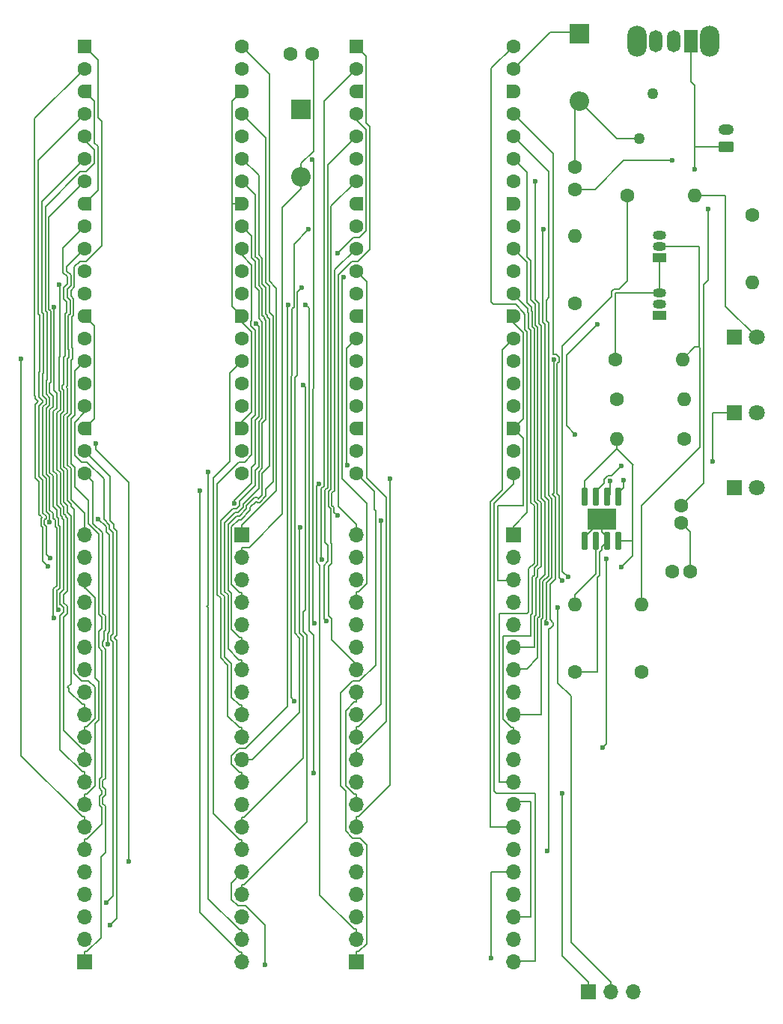
<source format=gbr>
%TF.GenerationSoftware,KiCad,Pcbnew,9.0.0*%
%TF.CreationDate,2025-09-26T14:06:40-04:00*%
%TF.ProjectId,Design V3.0,44657369-676e-4205-9633-2e302e6b6963,rev?*%
%TF.SameCoordinates,Original*%
%TF.FileFunction,Copper,L1,Top*%
%TF.FilePolarity,Positive*%
%FSLAX46Y46*%
G04 Gerber Fmt 4.6, Leading zero omitted, Abs format (unit mm)*
G04 Created by KiCad (PCBNEW 9.0.0) date 2025-09-26 14:06:40*
%MOMM*%
%LPD*%
G01*
G04 APERTURE LIST*
G04 Aperture macros list*
%AMRoundRect*
0 Rectangle with rounded corners*
0 $1 Rounding radius*
0 $2 $3 $4 $5 $6 $7 $8 $9 X,Y pos of 4 corners*
0 Add a 4 corners polygon primitive as box body*
4,1,4,$2,$3,$4,$5,$6,$7,$8,$9,$2,$3,0*
0 Add four circle primitives for the rounded corners*
1,1,$1+$1,$2,$3*
1,1,$1+$1,$4,$5*
1,1,$1+$1,$6,$7*
1,1,$1+$1,$8,$9*
0 Add four rect primitives between the rounded corners*
20,1,$1+$1,$2,$3,$4,$5,0*
20,1,$1+$1,$4,$5,$6,$7,0*
20,1,$1+$1,$6,$7,$8,$9,0*
20,1,$1+$1,$8,$9,$2,$3,0*%
%AMFreePoly0*
4,1,37,0.000000,0.796148,0.078414,0.796148,0.232228,0.765552,0.377117,0.705537,0.507515,0.618408,0.618408,0.507515,0.705537,0.377117,0.765552,0.232228,0.796148,0.078414,0.796148,-0.078414,0.765552,-0.232228,0.705537,-0.377117,0.618408,-0.507515,0.507515,-0.618408,0.377117,-0.705537,0.232228,-0.765552,0.078414,-0.796148,0.000000,-0.796148,0.000000,-0.800000,-0.600000,-0.800000,
-0.603843,-0.796157,-0.639018,-0.796157,-0.711114,-0.766294,-0.766294,-0.711114,-0.796157,-0.639018,-0.796157,-0.603843,-0.800000,-0.600000,-0.800000,0.600000,-0.796157,0.603843,-0.796157,0.639018,-0.766294,0.711114,-0.711114,0.766294,-0.639018,0.796157,-0.603843,0.796157,-0.600000,0.800000,0.000000,0.800000,0.000000,0.796148,0.000000,0.796148,$1*%
%AMFreePoly1*
4,1,37,0.603843,0.796157,0.639018,0.796157,0.711114,0.766294,0.766294,0.711114,0.796157,0.639018,0.796157,0.603843,0.800000,0.600000,0.800000,-0.600000,0.796157,-0.603843,0.796157,-0.639018,0.766294,-0.711114,0.711114,-0.766294,0.639018,-0.796157,0.603843,-0.796157,0.600000,-0.800000,0.000000,-0.800000,0.000000,-0.796148,-0.078414,-0.796148,-0.232228,-0.765552,-0.377117,-0.705537,
-0.507515,-0.618408,-0.618408,-0.507515,-0.705537,-0.377117,-0.765552,-0.232228,-0.796148,-0.078414,-0.796148,0.078414,-0.765552,0.232228,-0.705537,0.377117,-0.618408,0.507515,-0.507515,0.618408,-0.377117,0.705537,-0.232228,0.765552,-0.078414,0.796148,0.000000,0.796148,0.000000,0.800000,0.600000,0.800000,0.603843,0.796157,0.603843,0.796157,$1*%
G04 Aperture macros list end*
%TA.AperFunction,ComponentPad*%
%ADD10C,1.600000*%
%TD*%
%TA.AperFunction,ComponentPad*%
%ADD11FreePoly0,0.000000*%
%TD*%
%TA.AperFunction,ComponentPad*%
%ADD12FreePoly1,0.000000*%
%TD*%
%TA.AperFunction,ComponentPad*%
%ADD13RoundRect,0.200000X-0.600000X-0.600000X0.600000X-0.600000X0.600000X0.600000X-0.600000X0.600000X0*%
%TD*%
%TA.AperFunction,ComponentPad*%
%ADD14O,1.600000X1.600000*%
%TD*%
%TA.AperFunction,ComponentPad*%
%ADD15O,1.500000X1.050000*%
%TD*%
%TA.AperFunction,ComponentPad*%
%ADD16R,1.500000X1.050000*%
%TD*%
%TA.AperFunction,SMDPad,CuDef*%
%ADD17R,3.302000X2.413000*%
%TD*%
%TA.AperFunction,SMDPad,CuDef*%
%ADD18RoundRect,0.075000X0.225000X-0.910000X0.225000X0.910000X-0.225000X0.910000X-0.225000X-0.910000X0*%
%TD*%
%TA.AperFunction,ComponentPad*%
%ADD19O,1.700000X1.700000*%
%TD*%
%TA.AperFunction,ComponentPad*%
%ADD20R,1.700000X1.700000*%
%TD*%
%TA.AperFunction,ComponentPad*%
%ADD21O,2.200000X2.200000*%
%TD*%
%TA.AperFunction,ComponentPad*%
%ADD22R,2.200000X2.200000*%
%TD*%
%TA.AperFunction,ComponentPad*%
%ADD23C,1.800000*%
%TD*%
%TA.AperFunction,ComponentPad*%
%ADD24R,1.800000X1.800000*%
%TD*%
%TA.AperFunction,ComponentPad*%
%ADD25O,1.750000X1.200000*%
%TD*%
%TA.AperFunction,ComponentPad*%
%ADD26RoundRect,0.250000X0.625000X-0.350000X0.625000X0.350000X-0.625000X0.350000X-0.625000X-0.350000X0*%
%TD*%
%TA.AperFunction,ComponentPad*%
%ADD27O,1.500000X2.500000*%
%TD*%
%TA.AperFunction,ComponentPad*%
%ADD28R,1.500000X2.500000*%
%TD*%
%TA.AperFunction,ComponentPad*%
%ADD29O,2.200000X3.500000*%
%TD*%
%TA.AperFunction,ComponentPad*%
%ADD30C,1.270000*%
%TD*%
%TA.AperFunction,ViaPad*%
%ADD31C,0.600000*%
%TD*%
%TA.AperFunction,Conductor*%
%ADD32C,0.200000*%
%TD*%
G04 APERTURE END LIST*
D10*
%TO.P,A2,40,VBUS*%
%TO.N,B-VBUS*%
X217500000Y-32600000D03*
%TO.P,A2,39,VSYS*%
%TO.N,Net-(A2-VSYS)*%
X217500000Y-35140000D03*
D11*
%TO.P,A2,38,GND*%
%TO.N,GND*%
X217500000Y-37680000D03*
D10*
%TO.P,A2,37,3V3_EN*%
%TO.N,B_3V3_EN*%
X217500000Y-40220000D03*
%TO.P,A2,36,3V3*%
%TO.N,B_3V3(OUT)*%
X217500000Y-42760000D03*
%TO.P,A2,35,ADC_VREF*%
%TO.N,B_ADC_VREF*%
X217500000Y-45300000D03*
%TO.P,A2,34,GPIO28_ADC2*%
%TO.N,B_GPIO28*%
X217500000Y-47840000D03*
D11*
%TO.P,A2,33,AGND*%
%TO.N,GND*%
X217500000Y-50380000D03*
D10*
%TO.P,A2,32,GPIO27_ADC1*%
%TO.N,B_GPIO27*%
X217500000Y-52920000D03*
%TO.P,A2,31,GPIO26_ADC0*%
%TO.N,B_GPIO26*%
X217500000Y-55460000D03*
%TO.P,A2,30,RUN*%
%TO.N,B_RUN*%
X217500000Y-58000000D03*
%TO.P,A2,29,GPIO22*%
%TO.N,B_GPIO22*%
X217500000Y-60540000D03*
D11*
%TO.P,A2,28,GND*%
%TO.N,GND*%
X217500000Y-63080000D03*
D10*
%TO.P,A2,27,GPIO21*%
%TO.N,B_GPIO21*%
X217500000Y-65620000D03*
%TO.P,A2,26,GPIO20*%
%TO.N,B_GPIO20*%
X217500000Y-68160000D03*
%TO.P,A2,25,GPIO19*%
%TO.N,RX-TX*%
X217500000Y-70700000D03*
%TO.P,A2,24,GPIO18*%
%TO.N,SCK*%
X217500000Y-73240000D03*
D11*
%TO.P,A2,23,GND*%
%TO.N,GND*%
X217500000Y-75780000D03*
D10*
%TO.P,A2,22,GPIO17*%
%TO.N,CS*%
X217500000Y-78320000D03*
%TO.P,A2,21,GPIO16*%
%TO.N,TX-RX*%
X217500000Y-80860000D03*
%TO.P,A2,20,GPIO15*%
%TO.N,B_GPIO15*%
X199720000Y-80860000D03*
%TO.P,A2,19,GPIO14*%
%TO.N,B_GPIO14*%
X199720000Y-78320000D03*
D12*
%TO.P,A2,18,GND*%
%TO.N,GND*%
X199720000Y-75780000D03*
D10*
%TO.P,A2,17,GPIO13*%
%TO.N,B_GPIO13*%
X199720000Y-73240000D03*
%TO.P,A2,16,GPIO12*%
%TO.N,UART_TX*%
X199720000Y-70700000D03*
%TO.P,A2,15,GPIO11*%
%TO.N,UART_RX*%
X199720000Y-68160000D03*
%TO.P,A2,14,GPIO10*%
%TO.N,B_GPIO10*%
X199720000Y-65620000D03*
D12*
%TO.P,A2,13,GND*%
%TO.N,GND*%
X199720000Y-63080000D03*
D10*
%TO.P,A2,12,GPIO9*%
%TO.N,B_GPIO9*%
X199720000Y-60540000D03*
%TO.P,A2,11,GPIO8*%
%TO.N,B_GPIO8*%
X199720000Y-58000000D03*
%TO.P,A2,10,GPIO7*%
%TO.N,B_GPIO7*%
X199720000Y-55460000D03*
%TO.P,A2,9,GPIO6*%
%TO.N,B_GPIO6*%
X199720000Y-52920000D03*
D12*
%TO.P,A2,8,GND*%
%TO.N,GND*%
X199720000Y-50380000D03*
D10*
%TO.P,A2,7,GPIO5*%
%TO.N,B_GPIO5*%
X199720000Y-47840000D03*
%TO.P,A2,6,GPIO4*%
%TO.N,B_GPIO4*%
X199720000Y-45300000D03*
%TO.P,A2,5,GPIO3*%
%TO.N,B_GPIO3*%
X199720000Y-42760000D03*
%TO.P,A2,4,GPIO2*%
%TO.N,B_GPIO2*%
X199720000Y-40220000D03*
D12*
%TO.P,A2,3,GND*%
%TO.N,GND*%
X199720000Y-37680000D03*
D10*
%TO.P,A2,2,GPIO1*%
%TO.N,B_GPIO1*%
X199720000Y-35140000D03*
D13*
%TO.P,A2,1,GPIO0*%
%TO.N,B_GPIO0*%
X199720000Y-32600000D03*
%TD*%
D14*
%TO.P,R4,2*%
%TO.N,Net-(Q3-B)*%
X232000000Y-95690000D03*
D10*
%TO.P,R4,1*%
%TO.N,B_3V3(OUT)*%
X232000000Y-103310000D03*
%TD*%
D15*
%TO.P,Q4,3,C*%
%TO.N,Net-(Q3-E)*%
X234000000Y-60460000D03*
%TO.P,Q4,2,B*%
%TO.N,Net-(Q4-B)*%
X234000000Y-61730000D03*
D16*
%TO.P,Q4,1,E*%
%TO.N,GND*%
X234000000Y-63000000D03*
%TD*%
D17*
%TO.P,U1,9,EP*%
%TO.N,GND*%
X227500000Y-86000000D03*
D18*
%TO.P,U1,8,CE*%
%TO.N,A-VBUS*%
X225595000Y-83525000D03*
%TO.P,U1,7,~{CHRG}*%
%TO.N,~{CHRG}*%
X226865000Y-83525000D03*
%TO.P,U1,6,~{STDBY}*%
%TO.N,~{STDBY}*%
X228135000Y-83525000D03*
%TO.P,U1,5,BAT*%
%TO.N,VBAT(+)*%
X229405000Y-83525000D03*
%TO.P,U1,4,VCC*%
%TO.N,A-VBUS*%
X229405000Y-88475000D03*
%TO.P,U1,3,GND*%
%TO.N,GND*%
X228135000Y-88475000D03*
%TO.P,U1,2,PROG*%
%TO.N,Net-(U1-PROG)*%
X226865000Y-88475000D03*
%TO.P,U1,1,TEMP*%
%TO.N,GND*%
X225595000Y-88475000D03*
%TD*%
D19*
%TO.P,J5,20,Pin_20*%
%TO.N,TX-RX*%
X217500000Y-136120000D03*
%TO.P,J5,19,Pin_19*%
%TO.N,CS*%
X217500000Y-133580000D03*
%TO.P,J5,18,Pin_18*%
%TO.N,GND*%
X217500000Y-131040000D03*
%TO.P,J5,17,Pin_17*%
%TO.N,SCK*%
X217500000Y-128500000D03*
%TO.P,J5,16,Pin_16*%
%TO.N,RX-TX*%
X217500000Y-125960000D03*
%TO.P,J5,15,Pin_15*%
%TO.N,B_GPIO20*%
X217500000Y-123420000D03*
%TO.P,J5,14,Pin_14*%
%TO.N,B_GPIO21*%
X217500000Y-120880000D03*
%TO.P,J5,13,Pin_13*%
%TO.N,GND*%
X217500000Y-118340000D03*
%TO.P,J5,12,Pin_12*%
%TO.N,B_GPIO22*%
X217500000Y-115800000D03*
%TO.P,J5,11,Pin_11*%
%TO.N,B_RUN*%
X217500000Y-113260000D03*
%TO.P,J5,10,Pin_10*%
%TO.N,B_GPIO26*%
X217500000Y-110720000D03*
%TO.P,J5,9,Pin_9*%
%TO.N,B_GPIO27*%
X217500000Y-108180000D03*
%TO.P,J5,8,Pin_8*%
%TO.N,GND*%
X217500000Y-105640000D03*
%TO.P,J5,7,Pin_7*%
%TO.N,B_GPIO28*%
X217500000Y-103100000D03*
%TO.P,J5,6,Pin_6*%
%TO.N,B_ADC_VREF*%
X217500000Y-100560000D03*
%TO.P,J5,5,Pin_5*%
%TO.N,B_3V3(OUT)*%
X217500000Y-98020000D03*
%TO.P,J5,4,Pin_4*%
%TO.N,B_3V3_EN*%
X217500000Y-95480000D03*
%TO.P,J5,3,Pin_3*%
%TO.N,GND*%
X217500000Y-92940000D03*
%TO.P,J5,2,Pin_2*%
%TO.N,VSYS*%
X217500000Y-90400000D03*
D20*
%TO.P,J5,1,Pin_1*%
%TO.N,B-VBUS*%
X217500000Y-87860000D03*
%TD*%
D14*
%TO.P,R3,2*%
%TO.N,A-VBUS*%
X236810000Y-72500000D03*
D10*
%TO.P,R3,1*%
%TO.N,Net-(D3-A)*%
X229190000Y-72500000D03*
%TD*%
D15*
%TO.P,Q3,3,C*%
%TO.N,Net-(D2-K)*%
X234000000Y-53960000D03*
%TO.P,Q3,2,B*%
%TO.N,Net-(Q3-B)*%
X234000000Y-55230000D03*
D16*
%TO.P,Q3,1,E*%
%TO.N,Net-(Q3-E)*%
X234000000Y-56500000D03*
%TD*%
D21*
%TO.P,D6,2,A*%
%TO.N,VSYS*%
X225000000Y-38810000D03*
D22*
%TO.P,D6,1,K*%
%TO.N,Net-(A2-VSYS)*%
X225000000Y-31190000D03*
%TD*%
D10*
%TO.P,C3,2*%
%TO.N,A-VBUS*%
X235500000Y-92000000D03*
%TO.P,C3,1*%
%TO.N,GND*%
X237500000Y-92000000D03*
%TD*%
D23*
%TO.P,D3,2,A*%
%TO.N,Net-(D3-A)*%
X245000000Y-74000000D03*
D24*
%TO.P,D3,1,K*%
%TO.N,~{CHRG}*%
X242460000Y-74000000D03*
%TD*%
D23*
%TO.P,D2,2,A*%
%TO.N,Net-(D2-A)*%
X245000000Y-65500000D03*
D24*
%TO.P,D2,1,K*%
%TO.N,Net-(D2-K)*%
X242460000Y-65500000D03*
%TD*%
D14*
%TO.P,R7,2*%
%TO.N,Net-(Q3-B)*%
X236620000Y-68000000D03*
D10*
%TO.P,R7,1*%
%TO.N,Net-(Q3-E)*%
X229000000Y-68000000D03*
%TD*%
D19*
%TO.P,J2,20,Pin_20*%
%TO.N,A_GPIO0*%
X169000000Y-87800000D03*
%TO.P,J2,19,Pin_19*%
%TO.N,A_GPIO1*%
X169000000Y-90340000D03*
%TO.P,J2,18,Pin_18*%
%TO.N,GND*%
X169000000Y-92880000D03*
%TO.P,J2,17,Pin_17*%
%TO.N,A_GPIO2*%
X169000000Y-95420000D03*
%TO.P,J2,16,Pin_16*%
%TO.N,A_GPIO3*%
X169000000Y-97960000D03*
%TO.P,J2,15,Pin_15*%
%TO.N,A_GPIO4*%
X169000000Y-100500000D03*
%TO.P,J2,14,Pin_14*%
%TO.N,A_GPIO5*%
X169000000Y-103040000D03*
%TO.P,J2,13,Pin_13*%
%TO.N,GND*%
X169000000Y-105580000D03*
%TO.P,J2,12,Pin_12*%
%TO.N,A_GPIO6*%
X169000000Y-108120000D03*
%TO.P,J2,11,Pin_11*%
%TO.N,A_GPIO7*%
X169000000Y-110660000D03*
%TO.P,J2,10,Pin_10*%
%TO.N,A_GPIO8*%
X169000000Y-113200000D03*
%TO.P,J2,9,Pin_9*%
%TO.N,A_GPIO9*%
X169000000Y-115740000D03*
%TO.P,J2,8,Pin_8*%
%TO.N,GND*%
X169000000Y-118280000D03*
%TO.P,J2,7,Pin_7*%
%TO.N,A_GPIO10*%
X169000000Y-120820000D03*
%TO.P,J2,6,Pin_6*%
%TO.N,A_GPIO11*%
X169000000Y-123360000D03*
%TO.P,J2,5,Pin_5*%
%TO.N,UART_TX*%
X169000000Y-125900000D03*
%TO.P,J2,4,Pin_4*%
%TO.N,UART_RX*%
X169000000Y-128440000D03*
%TO.P,J2,3,Pin_3*%
%TO.N,GND*%
X169000000Y-130980000D03*
%TO.P,J2,2,Pin_2*%
%TO.N,A_GPIO14*%
X169000000Y-133520000D03*
D20*
%TO.P,J2,1,Pin_1*%
%TO.N,A_GPIO15*%
X169000000Y-136060000D03*
%TD*%
D10*
%TO.P,C1,2*%
%TO.N,GND*%
X192250000Y-33500000D03*
%TO.P,C1,1*%
%TO.N,VSYS*%
X194750000Y-33500000D03*
%TD*%
D25*
%TO.P,J1,2,Pin_2*%
%TO.N,GND*%
X241550000Y-42000000D03*
D26*
%TO.P,J1,1,Pin_1*%
%TO.N,VBAT(+)*%
X241550000Y-44000000D03*
%TD*%
D19*
%TO.P,J3,20,Pin_20*%
%TO.N,RX-TX*%
X186780000Y-136120000D03*
%TO.P,J3,19,Pin_19*%
%TO.N,CS*%
X186780000Y-133580000D03*
%TO.P,J3,18,Pin_18*%
%TO.N,GND*%
X186780000Y-131040000D03*
%TO.P,J3,17,Pin_17*%
%TO.N,SCK*%
X186780000Y-128500000D03*
%TO.P,J3,16,Pin_16*%
%TO.N,TX-RX*%
X186780000Y-125960000D03*
%TO.P,J3,15,Pin_15*%
%TO.N,A_GPIO20*%
X186780000Y-123420000D03*
%TO.P,J3,14,Pin_14*%
%TO.N,A_GPIO21*%
X186780000Y-120880000D03*
%TO.P,J3,13,Pin_13*%
%TO.N,GND*%
X186780000Y-118340000D03*
%TO.P,J3,12,Pin_12*%
%TO.N,SENSOR_DATA*%
X186780000Y-115800000D03*
%TO.P,J3,11,Pin_11*%
%TO.N,A_RUN*%
X186780000Y-113260000D03*
%TO.P,J3,10,Pin_10*%
%TO.N,A_GPIO26*%
X186780000Y-110720000D03*
%TO.P,J3,9,Pin_9*%
%TO.N,A_GPIO27*%
X186780000Y-108180000D03*
%TO.P,J3,8,Pin_8*%
%TO.N,GND*%
X186780000Y-105640000D03*
%TO.P,J3,7,Pin_7*%
%TO.N,A_GPIO28*%
X186780000Y-103100000D03*
%TO.P,J3,6,Pin_6*%
%TO.N,A_ADC_VREF*%
X186780000Y-100560000D03*
%TO.P,J3,5,Pin_5*%
%TO.N,A_3V3(OUT)*%
X186780000Y-98020000D03*
%TO.P,J3,4,Pin_4*%
%TO.N,A_3V3_EN*%
X186780000Y-95480000D03*
%TO.P,J3,3,Pin_3*%
%TO.N,GND*%
X186780000Y-92940000D03*
%TO.P,J3,2,Pin_2*%
%TO.N,VSYS*%
X186780000Y-90400000D03*
D20*
%TO.P,J3,1,Pin_1*%
%TO.N,A-VBUS*%
X186780000Y-87860000D03*
%TD*%
D19*
%TO.P,J4,20,Pin_20*%
%TO.N,B_GPIO0*%
X199720000Y-87800000D03*
%TO.P,J4,19,Pin_19*%
%TO.N,B_GPIO1*%
X199720000Y-90340000D03*
%TO.P,J4,18,Pin_18*%
%TO.N,GND*%
X199720000Y-92880000D03*
%TO.P,J4,17,Pin_17*%
%TO.N,B_GPIO2*%
X199720000Y-95420000D03*
%TO.P,J4,16,Pin_16*%
%TO.N,B_GPIO3*%
X199720000Y-97960000D03*
%TO.P,J4,15,Pin_15*%
%TO.N,B_GPIO4*%
X199720000Y-100500000D03*
%TO.P,J4,14,Pin_14*%
%TO.N,B_GPIO5*%
X199720000Y-103040000D03*
%TO.P,J4,13,Pin_13*%
%TO.N,GND*%
X199720000Y-105580000D03*
%TO.P,J4,12,Pin_12*%
%TO.N,B_GPIO6*%
X199720000Y-108120000D03*
%TO.P,J4,11,Pin_11*%
%TO.N,B_GPIO7*%
X199720000Y-110660000D03*
%TO.P,J4,10,Pin_10*%
%TO.N,B_GPIO8*%
X199720000Y-113200000D03*
%TO.P,J4,9,Pin_9*%
%TO.N,B_GPIO9*%
X199720000Y-115740000D03*
%TO.P,J4,8,Pin_8*%
%TO.N,GND*%
X199720000Y-118280000D03*
%TO.P,J4,7,Pin_7*%
%TO.N,B_GPIO10*%
X199720000Y-120820000D03*
%TO.P,J4,6,Pin_6*%
%TO.N,B_GPIO11*%
X199720000Y-123360000D03*
%TO.P,J4,5,Pin_5*%
%TO.N,UART_RX*%
X199720000Y-125900000D03*
%TO.P,J4,4,Pin_4*%
%TO.N,UART_TX*%
X199720000Y-128440000D03*
%TO.P,J4,3,Pin_3*%
%TO.N,GND*%
X199720000Y-130980000D03*
%TO.P,J4,2,Pin_2*%
%TO.N,B_GPIO14*%
X199720000Y-133520000D03*
D20*
%TO.P,J4,1,Pin_1*%
%TO.N,B_GPIO15*%
X199720000Y-136060000D03*
%TD*%
D10*
%TO.P,C2,2*%
%TO.N,VSYS*%
X224500000Y-46250000D03*
%TO.P,C2,1*%
%TO.N,GND*%
X224500000Y-48750000D03*
%TD*%
%TO.P,C4,2*%
%TO.N,VBAT(+)*%
X236500000Y-84500000D03*
%TO.P,C4,1*%
%TO.N,GND*%
X236500000Y-86500000D03*
%TD*%
D27*
%TO.P,SW1,3*%
%TO.N,N/C*%
X233600000Y-32000000D03*
%TO.P,SW1,2,B*%
%TO.N,Net-(SW1-B)*%
X235600000Y-32000000D03*
D28*
%TO.P,SW1,1,A*%
%TO.N,VBAT(+)*%
X237600000Y-32000000D03*
D29*
%TO.P,SW1,*%
%TO.N,*%
X231500000Y-32000000D03*
X239700000Y-32000000D03*
%TD*%
D21*
%TO.P,D5,2,A*%
%TO.N,VSYS*%
X193500000Y-47310000D03*
D22*
%TO.P,D5,1,K*%
%TO.N,Net-(A1-VSYS)*%
X193500000Y-39690000D03*
%TD*%
D14*
%TO.P,R2,2*%
%TO.N,Net-(D2-A)*%
X238000000Y-49500000D03*
D10*
%TO.P,R2,1*%
%TO.N,A_3V3(OUT)*%
X230380000Y-49500000D03*
%TD*%
D30*
%TO.P,F1,2*%
%TO.N,Net-(SW1-B)*%
X233300000Y-37950000D03*
%TO.P,F1,1*%
%TO.N,VSYS*%
X231700000Y-43050000D03*
%TD*%
D10*
%TO.P,A1,40,VBUS*%
%TO.N,A-VBUS*%
X186780000Y-32600000D03*
%TO.P,A1,39,VSYS*%
%TO.N,Net-(A1-VSYS)*%
X186780000Y-35140000D03*
D11*
%TO.P,A1,38,GND*%
%TO.N,GND*%
X186780000Y-37680000D03*
D10*
%TO.P,A1,37,3V3_EN*%
%TO.N,A_3V3_EN*%
X186780000Y-40220000D03*
%TO.P,A1,36,3V3*%
%TO.N,A_3V3(OUT)*%
X186780000Y-42760000D03*
%TO.P,A1,35,ADC_VREF*%
%TO.N,A_ADC_VREF*%
X186780000Y-45300000D03*
%TO.P,A1,34,GPIO28_ADC2*%
%TO.N,A_GPIO28*%
X186780000Y-47840000D03*
D11*
%TO.P,A1,33,AGND*%
%TO.N,GND*%
X186780000Y-50380000D03*
D10*
%TO.P,A1,32,GPIO27_ADC1*%
%TO.N,A_GPIO27*%
X186780000Y-52920000D03*
%TO.P,A1,31,GPIO26_ADC0*%
%TO.N,A_GPIO26*%
X186780000Y-55460000D03*
%TO.P,A1,30,RUN*%
%TO.N,A_RUN*%
X186780000Y-58000000D03*
%TO.P,A1,29,GPIO22*%
%TO.N,SENSOR_DATA*%
X186780000Y-60540000D03*
D11*
%TO.P,A1,28,GND*%
%TO.N,GND*%
X186780000Y-63080000D03*
D10*
%TO.P,A1,27,GPIO21*%
%TO.N,A_GPIO21*%
X186780000Y-65620000D03*
%TO.P,A1,26,GPIO20*%
%TO.N,A_GPIO20*%
X186780000Y-68160000D03*
%TO.P,A1,25,GPIO19*%
%TO.N,TX-RX*%
X186780000Y-70700000D03*
%TO.P,A1,24,GPIO18*%
%TO.N,SCK*%
X186780000Y-73240000D03*
D11*
%TO.P,A1,23,GND*%
%TO.N,GND*%
X186780000Y-75780000D03*
D10*
%TO.P,A1,22,GPIO17*%
%TO.N,CS*%
X186780000Y-78320000D03*
%TO.P,A1,21,GPIO16*%
%TO.N,RX-TX*%
X186780000Y-80860000D03*
%TO.P,A1,20,GPIO15*%
%TO.N,A_GPIO15*%
X169000000Y-80860000D03*
%TO.P,A1,19,GPIO14*%
%TO.N,A_GPIO14*%
X169000000Y-78320000D03*
D12*
%TO.P,A1,18,GND*%
%TO.N,GND*%
X169000000Y-75780000D03*
D10*
%TO.P,A1,17,GPIO13*%
%TO.N,UART_RX*%
X169000000Y-73240000D03*
%TO.P,A1,16,GPIO12*%
%TO.N,UART_TX*%
X169000000Y-70700000D03*
%TO.P,A1,15,GPIO11*%
%TO.N,A_GPIO11*%
X169000000Y-68160000D03*
%TO.P,A1,14,GPIO10*%
%TO.N,A_GPIO10*%
X169000000Y-65620000D03*
D12*
%TO.P,A1,13,GND*%
%TO.N,GND*%
X169000000Y-63080000D03*
D10*
%TO.P,A1,12,GPIO9*%
%TO.N,A_GPIO9*%
X169000000Y-60540000D03*
%TO.P,A1,11,GPIO8*%
%TO.N,A_GPIO8*%
X169000000Y-58000000D03*
%TO.P,A1,10,GPIO7*%
%TO.N,A_GPIO7*%
X169000000Y-55460000D03*
%TO.P,A1,9,GPIO6*%
%TO.N,A_GPIO6*%
X169000000Y-52920000D03*
D12*
%TO.P,A1,8,GND*%
%TO.N,GND*%
X169000000Y-50380000D03*
D10*
%TO.P,A1,7,GPIO5*%
%TO.N,A_GPIO5*%
X169000000Y-47840000D03*
%TO.P,A1,6,GPIO4*%
%TO.N,A_GPIO4*%
X169000000Y-45300000D03*
%TO.P,A1,5,GPIO3*%
%TO.N,A_GPIO3*%
X169000000Y-42760000D03*
%TO.P,A1,4,GPIO2*%
%TO.N,A_GPIO2*%
X169000000Y-40220000D03*
D12*
%TO.P,A1,3,GND*%
%TO.N,GND*%
X169000000Y-37680000D03*
D10*
%TO.P,A1,2,GPIO1*%
%TO.N,A_GPIO1*%
X169000000Y-35140000D03*
D13*
%TO.P,A1,1,GPIO0*%
%TO.N,A_GPIO0*%
X169000000Y-32600000D03*
%TD*%
D14*
%TO.P,R8,2*%
%TO.N,A-VBUS*%
X229190000Y-77000000D03*
D10*
%TO.P,R8,1*%
%TO.N,Net-(D4-A)*%
X236810000Y-77000000D03*
%TD*%
D23*
%TO.P,D4,2,A*%
%TO.N,Net-(D4-A)*%
X245000000Y-82500000D03*
D24*
%TO.P,D4,1,K*%
%TO.N,~{STDBY}*%
X242460000Y-82500000D03*
%TD*%
D14*
%TO.P,R5,2*%
%TO.N,Net-(Q4-B)*%
X244500000Y-59310000D03*
D10*
%TO.P,R5,1*%
%TO.N,A_3V3(OUT)*%
X244500000Y-51690000D03*
%TD*%
D14*
%TO.P,R6,2*%
%TO.N,Net-(Q4-B)*%
X224500000Y-54000000D03*
D10*
%TO.P,R6,1*%
%TO.N,GND*%
X224500000Y-61620000D03*
%TD*%
D19*
%TO.P,J7,3,Pin_3*%
%TO.N,GND*%
X231040000Y-139500000D03*
%TO.P,J7,2,Pin_2*%
%TO.N,A_3V3(OUT)*%
X228500000Y-139500000D03*
D20*
%TO.P,J7,1,Pin_1*%
%TO.N,SENSOR_DATA*%
X225960000Y-139500000D03*
%TD*%
D14*
%TO.P,R1,2*%
%TO.N,Net-(U1-PROG)*%
X224500000Y-95690000D03*
D10*
%TO.P,R1,1*%
%TO.N,GND*%
X224500000Y-103310000D03*
%TD*%
D31*
%TO.N,B_RUN*%
X224500000Y-76500000D03*
X228000000Y-90500000D03*
X227000000Y-64000000D03*
%TO.N,B_GPIO28*%
X220000000Y-47840000D03*
%TO.N,B_3V3_EN*%
X223000000Y-92984200D03*
%TO.N,~{CHRG}*%
X240000000Y-79500000D03*
%TO.N,VBAT(+)*%
X238000000Y-46500000D03*
X239500000Y-51000000D03*
%TO.N,GND*%
X235500000Y-45500000D03*
%TO.N,SCK*%
X193741500Y-70904700D03*
%TO.N,A_GPIO5*%
X166038800Y-96308400D03*
%TO.N,A_3V3(OUT)*%
X223701706Y-92600000D03*
%TO.N,A_GPIO2*%
X165112900Y-90472600D03*
%TO.N,UART_RX*%
X171431600Y-129419200D03*
%TO.N,A_GPIO14*%
X171868900Y-131904700D03*
%TO.N,A_GPIO10*%
X161843600Y-67910600D03*
%TO.N,TX-RX*%
X189406400Y-136411000D03*
%TO.N,A_RUN*%
X193566100Y-59920100D03*
%TO.N,CS*%
X182994200Y-80687900D03*
%TO.N,A_GPIO8*%
X166080800Y-59532900D03*
%TO.N,A-VBUS*%
X229727600Y-91500000D03*
%TO.N,A_GPIO3*%
X165537600Y-97211300D03*
%TO.N,RX-TX*%
X182043900Y-82843600D03*
X214996000Y-135682800D03*
%TO.N,A_GPIO4*%
X165058400Y-86398200D03*
X170559600Y-86036400D03*
X171597900Y-100139600D03*
%TO.N,A_GPIO1*%
X164835500Y-91354700D03*
%TO.N,A_GPIO9*%
X165561600Y-62071500D03*
%TO.N,A_GPIO21*%
X193363400Y-86981200D03*
X185916600Y-84280900D03*
X188369200Y-63957200D03*
%TO.N,UART_TX*%
X173973300Y-124721500D03*
X170265100Y-77481900D03*
%TO.N,SENSOR_DATA*%
X192071700Y-61793800D03*
X223000000Y-117010000D03*
%TO.N,B_GPIO7*%
X197588700Y-85653400D03*
X202547200Y-86200900D03*
%TO.N,B_GPIO6*%
X194341300Y-53286800D03*
X192728400Y-106600200D03*
%TO.N,B_GPIO27*%
X220877000Y-53286800D03*
%TO.N,B_RUN*%
X227594800Y-111852800D03*
%TO.N,B_GPIO14*%
X195485200Y-82034700D03*
%TO.N,B_GPIO4*%
X194758200Y-45432500D03*
X195012900Y-97782800D03*
%TO.N,B_3V3(OUT)*%
X221256799Y-97835299D03*
%TO.N,B_GPIO1*%
X195855900Y-90653800D03*
%TO.N,B_GPIO2*%
X197604700Y-56020100D03*
X198295500Y-58728300D03*
%TO.N,B_GPIO10*%
X203550700Y-81441800D03*
X198721800Y-79954600D03*
%TO.N,B_GPIO3*%
X196323900Y-97528100D03*
%TO.N,B_GPIO20*%
X222058700Y-68000000D03*
X221345300Y-123566000D03*
%TO.N,B_GPIO9*%
X194874100Y-114781100D03*
X193984000Y-61793800D03*
%TO.N,VBAT(+)*%
X230000000Y-81600000D03*
%TO.N,~{CHRG}*%
X229704300Y-80043000D03*
%TO.N,~{STDBY}*%
X228402300Y-81738700D03*
%TO.N,A_3V3(OUT)*%
X222500000Y-96000000D03*
%TD*%
D32*
%TO.N,B_RUN*%
X228000000Y-111447600D02*
X227594800Y-111852800D01*
X228000000Y-90500000D02*
X228000000Y-111447600D01*
%TO.N,Net-(Q3-B)*%
X238023278Y-66596722D02*
X238500000Y-66596722D01*
X236620000Y-68000000D02*
X238023278Y-66596722D01*
X238500000Y-66596722D02*
X238500000Y-55230000D01*
X238500000Y-55230000D02*
X234000000Y-55230000D01*
X238599000Y-66695722D02*
X238500000Y-66596722D01*
X238599000Y-77901000D02*
X238599000Y-66695722D01*
X232000000Y-84500000D02*
X238599000Y-77901000D01*
X232000000Y-95690000D02*
X232000000Y-84500000D01*
%TO.N,B_RUN*%
X224500000Y-76500000D02*
X223500000Y-75500000D01*
X223500000Y-67500000D02*
X223500000Y-75500000D01*
X227000000Y-64000000D02*
X223500000Y-67500000D01*
%TO.N,A-VBUS*%
X230975000Y-88475000D02*
X231000000Y-88500000D01*
X231000000Y-90227600D02*
X231000000Y-88500000D01*
X229405000Y-88475000D02*
X230975000Y-88475000D01*
X231000000Y-88500000D02*
X231000000Y-86877900D01*
X229727600Y-91500000D02*
X231000000Y-90227600D01*
X231055700Y-79922800D02*
X229190000Y-78057100D01*
X231000000Y-86822200D02*
X231000000Y-79922800D01*
%TO.N,A_3V3(OUT)*%
X230380000Y-59120000D02*
X230380000Y-49500000D01*
X229441000Y-60059000D02*
X230380000Y-59120000D01*
X228873900Y-60059000D02*
X229441000Y-60059000D01*
X223000000Y-66500000D02*
X228599000Y-60901000D01*
X223060700Y-67584957D02*
X223000000Y-67524257D01*
X223000000Y-67524257D02*
X223000000Y-66500000D01*
X223000000Y-68475743D02*
X223060700Y-68415043D01*
X223060700Y-68415043D02*
X223060700Y-67584957D01*
X223000000Y-83163400D02*
X223000000Y-68475743D01*
X223060500Y-83223900D02*
X223000000Y-83163400D01*
X228599000Y-60901000D02*
X228599000Y-60333900D01*
X223060500Y-91958794D02*
X223060500Y-83223900D01*
X228599000Y-60333900D02*
X228873900Y-60059000D01*
X223701706Y-92600000D02*
X223060500Y-91958794D01*
%TO.N,B_3V3_EN*%
X222000000Y-44720000D02*
X217500000Y-40220000D01*
X222000000Y-67399000D02*
X222000000Y-44720000D01*
X222659700Y-67751057D02*
X222307643Y-67399000D01*
X222659700Y-68248943D02*
X222659700Y-67751057D01*
X222459700Y-68448943D02*
X222659700Y-68248943D01*
X222459700Y-82919100D02*
X222459700Y-68448943D01*
X222459700Y-83190200D02*
X222459700Y-82919100D01*
X222307643Y-67399000D02*
X222000000Y-67399000D01*
X222659500Y-83695200D02*
X222659500Y-83390000D01*
X222659500Y-83390000D02*
X222459700Y-83190200D01*
X222659500Y-92643700D02*
X222659500Y-83695200D01*
X223000000Y-92984200D02*
X222659500Y-92643700D01*
%TO.N,VBAT(+)*%
X239500000Y-59067100D02*
X239500000Y-51000000D01*
X239000000Y-59567100D02*
X239500000Y-59067100D01*
X239000000Y-82000000D02*
X239000000Y-59567100D01*
X236500000Y-84500000D02*
X239000000Y-82000000D01*
%TO.N,~{CHRG}*%
X240000000Y-74000000D02*
X242460000Y-74000000D01*
X240000000Y-79500000D02*
X240000000Y-74000000D01*
%TO.N,B-VBUS*%
X217500000Y-86854150D02*
X217500000Y-87860000D01*
X219048500Y-85305650D02*
X217500000Y-86854150D01*
X218798800Y-64604800D02*
X219048500Y-64854500D01*
X218726600Y-62728900D02*
X218726600Y-62857600D01*
X219048500Y-64854500D02*
X219048500Y-85305650D01*
X217740000Y-61742300D02*
X218726600Y-62728900D01*
X218726600Y-62857600D02*
X218798800Y-62929800D01*
X215242300Y-61742300D02*
X217740000Y-61742300D01*
X215000000Y-61500000D02*
X215242300Y-61742300D01*
X215000000Y-35100000D02*
X215000000Y-61500000D01*
X217500000Y-32600000D02*
X215000000Y-35100000D01*
X218798800Y-62929800D02*
X218798800Y-64604800D01*
%TO.N,B_GPIO28*%
X219000000Y-103000000D02*
X217500000Y-103000000D01*
X220255100Y-101744900D02*
X219000000Y-103000000D01*
X220455100Y-97016300D02*
X220255100Y-97216300D01*
X220455100Y-92920200D02*
X220455100Y-97016300D01*
X221055500Y-92319800D02*
X220455100Y-92920200D01*
X220655300Y-83654200D02*
X221055500Y-84054400D01*
X220255100Y-97216300D02*
X220255100Y-101744900D01*
X220655300Y-64189300D02*
X220655300Y-83654200D01*
X220405600Y-61647200D02*
X220405600Y-63939600D01*
X220000000Y-61241600D02*
X220405600Y-61647200D01*
X220405600Y-63939600D02*
X220655300Y-64189300D01*
X221055500Y-84054400D02*
X221055500Y-92319800D01*
X220000000Y-47840000D02*
X220000000Y-61241600D01*
%TO.N,B_ADC_VREF*%
X219853400Y-100560000D02*
X217500000Y-100560000D01*
X220053400Y-96850000D02*
X219853400Y-97050000D01*
X220255100Y-92552200D02*
X220053400Y-92753900D01*
X219853400Y-97050000D02*
X219853400Y-100560000D01*
X220255100Y-91737900D02*
X220255100Y-92552200D01*
X220253600Y-64355600D02*
X220253600Y-83820500D01*
X220003900Y-62430900D02*
X220003900Y-64105900D01*
X220053400Y-92753900D02*
X220053400Y-96850000D01*
X219931700Y-62358700D02*
X220003900Y-62430900D01*
X219931700Y-61741300D02*
X219931700Y-62358700D01*
X219449500Y-56842400D02*
X219449500Y-61259100D01*
X220653800Y-91339200D02*
X220255100Y-91737900D01*
X219449500Y-61259100D02*
X219931700Y-61741300D01*
X220653800Y-84220700D02*
X220653800Y-91339200D01*
X219000000Y-56392900D02*
X219449500Y-56842400D01*
X219000000Y-46800000D02*
X219000000Y-56392900D01*
X220003900Y-64105900D02*
X220253600Y-64355600D01*
X217500000Y-45300000D02*
X219000000Y-46800000D01*
X220253600Y-83820500D02*
X220653800Y-84220700D01*
%TO.N,GND*%
X227000000Y-103310000D02*
X224500000Y-103310000D01*
X227000000Y-92655400D02*
X227000000Y-103310000D01*
X227266000Y-89742824D02*
X227266000Y-92389400D01*
X227000000Y-92655400D02*
X227266000Y-92389400D01*
X227466000Y-89542824D02*
X227266000Y-89742824D01*
X227466000Y-89144000D02*
X227466000Y-89542824D01*
X228135000Y-88475000D02*
X227466000Y-89144000D01*
%TO.N,A_3V3(OUT)*%
X228500000Y-138348300D02*
X228500000Y-139500000D01*
X224000000Y-106053800D02*
X224000000Y-133848300D01*
X222500000Y-104553800D02*
X224000000Y-106053800D01*
X222500000Y-96000000D02*
X222500000Y-104553800D01*
X224000000Y-133848300D02*
X228500000Y-138348300D01*
%TO.N,B_GPIO21*%
X214876700Y-120876700D02*
X214880000Y-120880000D01*
X216234300Y-82765700D02*
X214876700Y-84123300D01*
X216234300Y-66885700D02*
X216234300Y-82765700D01*
X217500000Y-65620000D02*
X216234300Y-66885700D01*
X214876700Y-84123300D02*
X214876700Y-120876700D01*
X214880000Y-120880000D02*
X217500000Y-120880000D01*
%TO.N,B_GPIO22*%
X215884800Y-115800000D02*
X217500000Y-115800000D01*
X215884800Y-96750000D02*
X215884800Y-115800000D01*
X219050700Y-96750000D02*
X215884800Y-96750000D01*
X219050700Y-96717600D02*
X219050700Y-96750000D01*
X219250000Y-96518300D02*
X219050700Y-96717600D01*
X219250000Y-91607000D02*
X219250000Y-96518300D01*
X219850400Y-91006600D02*
X219250000Y-91607000D01*
X219450200Y-84153100D02*
X219850400Y-84553300D01*
X219450200Y-64688200D02*
X219450200Y-84153100D01*
X219200500Y-64438500D02*
X219450200Y-64688200D01*
X219200500Y-62763500D02*
X219200500Y-64438500D01*
X217500000Y-60647200D02*
X219128300Y-62275500D01*
X219128300Y-62691300D02*
X219200500Y-62763500D01*
X219128300Y-62275500D02*
X219128300Y-62691300D01*
X219850400Y-84553300D02*
X219850400Y-91006600D01*
%TO.N,TX-RX*%
X220000000Y-136000000D02*
X217500000Y-136000000D01*
X215570000Y-117070000D02*
X220000000Y-117070000D01*
X215278400Y-85221600D02*
X215278400Y-116778400D01*
X215277700Y-85220900D02*
X215278400Y-85221600D01*
X215278400Y-116778400D02*
X215570000Y-117070000D01*
X215277700Y-84289400D02*
X215277700Y-85220900D01*
X220000000Y-117070000D02*
X220000000Y-136000000D01*
X217500000Y-82067100D02*
X215277700Y-84289400D01*
X217500000Y-80860000D02*
X217500000Y-82067100D01*
%TO.N,RX-TX*%
X214996000Y-125960000D02*
X214996000Y-135682800D01*
X217500000Y-125960000D02*
X214996000Y-125960000D01*
%TO.N,GND*%
X219500000Y-131000000D02*
X217500000Y-131000000D01*
X217500000Y-118000000D02*
X219500000Y-118000000D01*
X219500000Y-118000000D02*
X219500000Y-131000000D01*
%TO.N,B_GPIO27*%
X220656800Y-108180000D02*
X217500000Y-108180000D01*
X220656800Y-97382600D02*
X220656800Y-108180000D01*
X220656350Y-97382150D02*
X220656800Y-97382600D01*
X220856100Y-97182400D02*
X220656350Y-97382150D01*
X220856100Y-93086300D02*
X220856100Y-97182400D01*
X221456500Y-92485900D02*
X220856100Y-93086300D01*
X221456500Y-83888300D02*
X221456500Y-92485900D01*
X221056300Y-83419500D02*
X221056300Y-83488100D01*
X221057000Y-83418800D02*
X221056300Y-83419500D01*
X221057000Y-64023000D02*
X221057000Y-83418800D01*
X220807300Y-53356500D02*
X220807300Y-63773300D01*
X220807300Y-63773300D02*
X221057000Y-64023000D01*
X221056300Y-83488100D02*
X221456500Y-83888300D01*
X220877000Y-53286800D02*
X220807300Y-53356500D01*
%TO.N,B_GPIO26*%
X217231500Y-109568300D02*
X217500000Y-109568300D01*
X216323500Y-108660300D02*
X217231500Y-109568300D01*
X219451700Y-99290000D02*
X216323500Y-99290000D01*
X219451700Y-96883700D02*
X219451700Y-99290000D01*
X219651700Y-92587600D02*
X219651700Y-96683700D01*
X219853400Y-92385900D02*
X219651700Y-92587600D01*
X219853400Y-91571600D02*
X219853400Y-92385900D01*
X220252100Y-84387000D02*
X220252100Y-91172900D01*
X219851900Y-83986800D02*
X220252100Y-84387000D01*
X217500000Y-109568300D02*
X217500000Y-110720000D01*
X219602200Y-62597200D02*
X219602200Y-64272200D01*
X219530000Y-62525000D02*
X219602200Y-62597200D01*
X219851900Y-64521900D02*
X219851900Y-83986800D01*
X219048500Y-61592400D02*
X219530000Y-62073900D01*
X216323500Y-99290000D02*
X216323500Y-108660300D01*
X219048500Y-57008500D02*
X219048500Y-61592400D01*
X219651700Y-96683700D02*
X219451700Y-96883700D01*
X219602200Y-64272200D02*
X219851900Y-64521900D01*
X217500000Y-55460000D02*
X219048500Y-57008500D01*
X219530000Y-62073900D02*
X219530000Y-62525000D01*
X220252100Y-91172900D02*
X219853400Y-91571600D01*
%TO.N,GND*%
X215721400Y-84500000D02*
X218601700Y-84500000D01*
X218601700Y-76881700D02*
X217500000Y-75780000D01*
X215721400Y-93000000D02*
X215721400Y-84500000D01*
X218601700Y-84500000D02*
X218601700Y-76881700D01*
X217500000Y-93000000D02*
X215721400Y-93000000D01*
%TO.N,B_GPIO20*%
X221500000Y-98436299D02*
X221500000Y-123411300D01*
X221505742Y-98436299D02*
X221500000Y-98436299D01*
X221500000Y-123411300D02*
X221345300Y-123566000D01*
X221993200Y-98031743D02*
X221641143Y-98383800D01*
X221558241Y-98383800D02*
X221505742Y-98436299D01*
X221993200Y-97748900D02*
X221993200Y-98031743D01*
X221857799Y-97586356D02*
X221857799Y-97613499D01*
X221658100Y-97386657D02*
X221857799Y-97586356D01*
X221857799Y-97613499D02*
X221993200Y-97748900D01*
X221641143Y-98383800D02*
X221558241Y-98383800D01*
X221658100Y-93418500D02*
X222258500Y-92818100D01*
X222258500Y-83556100D02*
X222258500Y-92818100D01*
X221658100Y-93418500D02*
X221658100Y-97386657D01*
X221923150Y-83220750D02*
X222258500Y-83556100D01*
X222058700Y-83085200D02*
X221923150Y-83220750D01*
X222058700Y-68000000D02*
X222058700Y-83085200D01*
%TO.N,B_3V3(OUT)*%
X221480300Y-61018100D02*
X221480300Y-46740300D01*
X221209000Y-61289400D02*
X221480300Y-61018100D01*
X221209000Y-63607000D02*
X221209000Y-61289400D01*
X221458700Y-63856700D02*
X221209000Y-63607000D01*
X221458700Y-83052300D02*
X221458700Y-63856700D01*
X221458000Y-83322700D02*
X221458000Y-83053000D01*
X221458000Y-83322700D02*
X221857500Y-83722200D01*
X221257100Y-93252400D02*
X221857500Y-92652000D01*
X221257100Y-97348500D02*
X221257100Y-93252400D01*
X221057800Y-97547800D02*
X221257100Y-97348500D01*
X221480300Y-46740300D02*
X217500000Y-42760000D01*
X221057800Y-97553398D02*
X221057800Y-97547800D01*
X221339701Y-97835299D02*
X221057800Y-97553398D01*
X221857500Y-92652000D02*
X221857500Y-83722200D01*
X221256799Y-97835299D02*
X221339701Y-97835299D01*
X221458000Y-83053000D02*
X221458700Y-83052300D01*
%TO.N,SENSOR_DATA*%
X223000000Y-135388300D02*
X225960000Y-138348300D01*
X223000000Y-117010000D02*
X223000000Y-135388300D01*
X225960000Y-138348300D02*
X225960000Y-139500000D01*
%TO.N,Net-(Q3-E)*%
X229000000Y-60500000D02*
X229000000Y-68000000D01*
X234000000Y-60460000D02*
X229040000Y-60460000D01*
X229040000Y-60460000D02*
X229000000Y-60500000D01*
%TO.N,Net-(D2-A)*%
X241500000Y-49500000D02*
X238000000Y-49500000D01*
X241500000Y-62000000D02*
X241500000Y-49500000D01*
X245000000Y-65500000D02*
X241500000Y-62000000D01*
%TO.N,VBAT(+)*%
X237600000Y-36600000D02*
X237600000Y-32000000D01*
X238000000Y-37000000D02*
X237600000Y-36600000D01*
X238000000Y-46500000D02*
X238000000Y-37000000D01*
X241550000Y-44000000D02*
X238000000Y-44000000D01*
%TO.N,GND*%
X235500000Y-45500000D02*
X230000000Y-45500000D01*
X226750000Y-48750000D02*
X224500000Y-48750000D01*
X230000000Y-45500000D02*
X226750000Y-48750000D01*
%TO.N,VSYS*%
X229190000Y-43000000D02*
X231650000Y-43000000D01*
X225000000Y-38810000D02*
X229190000Y-43000000D01*
X224500000Y-46250000D02*
X224500000Y-39310000D01*
%TO.N,Net-(A2-VSYS)*%
X221640000Y-31000000D02*
X224810000Y-31000000D01*
X217500000Y-35140000D02*
X221640000Y-31000000D01*
%TO.N,GND*%
X186780000Y-63080000D02*
X186780000Y-63786800D01*
X186780000Y-63786800D02*
X187889500Y-64896300D01*
X187889500Y-64896300D02*
X187889500Y-73940000D01*
X187889500Y-73940000D02*
X186780000Y-75049500D01*
X186780000Y-75049500D02*
X186780000Y-75780000D01*
X217500000Y-63080000D02*
X217500000Y-63874000D01*
X217500000Y-63874000D02*
X218605900Y-64979900D01*
X218605900Y-64979900D02*
X218605900Y-74674100D01*
X218605900Y-74674100D02*
X217500000Y-75780000D01*
X169000000Y-50380000D02*
X170523400Y-48856600D01*
X170523400Y-48856600D02*
X170523400Y-43905100D01*
X170523400Y-43905100D02*
X170121700Y-43503400D01*
X170121700Y-43503400D02*
X170121700Y-38801700D01*
X170121700Y-38801700D02*
X169000000Y-37680000D01*
X199720000Y-106731700D02*
X199472900Y-106731700D01*
X199472900Y-106731700D02*
X198529100Y-107675500D01*
X198529100Y-107675500D02*
X198529100Y-116191300D01*
X198529100Y-116191300D02*
X199466100Y-117128300D01*
X199466100Y-117128300D02*
X199720000Y-117128300D01*
X185678300Y-50380000D02*
X185678300Y-61978300D01*
X185678300Y-61978300D02*
X186780000Y-63080000D01*
X185678300Y-50380000D02*
X186780000Y-50380000D01*
X186780000Y-37680000D02*
X185678300Y-38781700D01*
X185678300Y-38781700D02*
X185678300Y-50380000D01*
X199720000Y-118280000D02*
X199720000Y-117128300D01*
X199720000Y-105580000D02*
X199720000Y-106731700D01*
X169000000Y-117128300D02*
X169268500Y-117128300D01*
X169268500Y-117128300D02*
X170173200Y-116223600D01*
X170173200Y-116223600D02*
X170173200Y-109147400D01*
X170173200Y-109147400D02*
X170573400Y-108747200D01*
X170573400Y-108747200D02*
X170573400Y-104385500D01*
X170573400Y-104385500D02*
X170171700Y-103983800D01*
X170171700Y-103983800D02*
X170171700Y-94919300D01*
X170171700Y-94919300D02*
X169117800Y-93865400D01*
X169117800Y-93865400D02*
X169000000Y-93865400D01*
X169000000Y-75780000D02*
X170123200Y-74656800D01*
X170123200Y-74656800D02*
X170123200Y-64203200D01*
X170123200Y-64203200D02*
X169000000Y-63080000D01*
X227500000Y-87508200D02*
X228135000Y-88143200D01*
X169000000Y-92880000D02*
X169000000Y-93865400D01*
X169000000Y-118280000D02*
X169000000Y-117128300D01*
X227421100Y-86228600D02*
X225595000Y-88054700D01*
X227500000Y-86228600D02*
X227500000Y-87508200D01*
X237500000Y-92000000D02*
X237500000Y-87500000D01*
X237500000Y-87500000D02*
X236500000Y-86500000D01*
%TO.N,A_GPIO27*%
X184423200Y-94389100D02*
X184824900Y-94790800D01*
X184423200Y-94389100D02*
X184423200Y-86216500D01*
X184423200Y-86216500D02*
X185757100Y-84882600D01*
X185757100Y-84882600D02*
X186165800Y-84882600D01*
X186165800Y-84882600D02*
X186518300Y-84530100D01*
X186518300Y-84530100D02*
X186518300Y-83985200D01*
X186518300Y-83985200D02*
X188291200Y-82212300D01*
X188291200Y-82212300D02*
X188291200Y-80528200D01*
X188291200Y-80528200D02*
X188692900Y-80126500D01*
X188692900Y-80126500D02*
X188692900Y-75040800D01*
X188692900Y-75040800D02*
X189094600Y-74639100D01*
X189094600Y-74639100D02*
X189094600Y-63748300D01*
X189094600Y-63748300D02*
X188692900Y-63346600D01*
X188692900Y-63346600D02*
X188692900Y-60207400D01*
X188291200Y-59805700D02*
X188692900Y-60207400D01*
X188291200Y-59805700D02*
X188291200Y-56934100D01*
X188291200Y-56934100D02*
X187888800Y-56531700D01*
X187888800Y-56531700D02*
X187888800Y-54028800D01*
X187888800Y-54028800D02*
X186780000Y-52920000D01*
X184824900Y-94790800D02*
X184824900Y-101579300D01*
X184824900Y-101579300D02*
X185617500Y-102371900D01*
X185617500Y-102371900D02*
X185617500Y-106153700D01*
X185617500Y-106153700D02*
X186492100Y-107028300D01*
X186492100Y-107028300D02*
X186780000Y-107028300D01*
X186780000Y-108180000D02*
X186780000Y-107028300D01*
%TO.N,SCK*%
X193731900Y-98763800D02*
X194133600Y-99165500D01*
X193731900Y-98763800D02*
X193731900Y-96522600D01*
X193731900Y-96522600D02*
X193965100Y-96289400D01*
X193965100Y-96289400D02*
X193965100Y-71128300D01*
X193965100Y-71128300D02*
X193741500Y-70904700D01*
X194133600Y-99165500D02*
X194133600Y-120263200D01*
X194133600Y-120263200D02*
X187048500Y-127348300D01*
X187048500Y-127348300D02*
X186780000Y-127348300D01*
X186780000Y-128500000D02*
X186780000Y-127348300D01*
%TO.N,A_GPIO5*%
X166038800Y-96308400D02*
X165837900Y-96107500D01*
X165837900Y-96107500D02*
X165837900Y-94106200D01*
X165837900Y-94106200D02*
X165919900Y-94024200D01*
X165919900Y-94024200D02*
X166038100Y-94024200D01*
X166038100Y-94024200D02*
X166238100Y-93824200D01*
X166238100Y-93824200D02*
X166238100Y-86862300D01*
X166238100Y-86862300D02*
X166061800Y-86686000D01*
X166061800Y-86686000D02*
X166061800Y-85982700D01*
X166061800Y-85982700D02*
X165862000Y-85782900D01*
X165862000Y-85782900D02*
X165862000Y-85235500D01*
X165862000Y-85235500D02*
X165861800Y-85235300D01*
X165861800Y-85235300D02*
X165861800Y-85033700D01*
X165861800Y-85033700D02*
X165460100Y-84632000D01*
X165460100Y-84632000D02*
X165460100Y-81155800D01*
X165460100Y-81155800D02*
X165058400Y-80754100D01*
X165058400Y-80754100D02*
X165058400Y-73715700D01*
X165058400Y-73715700D02*
X165460100Y-73314000D01*
X165460100Y-73314000D02*
X165460100Y-72143900D01*
X165460100Y-72143900D02*
X165058400Y-71742200D01*
X165058400Y-71742200D02*
X165058400Y-70680700D01*
X165058400Y-70680700D02*
X165159700Y-70579400D01*
X165159700Y-70579400D02*
X165159700Y-62520800D01*
X165159700Y-62520800D02*
X164959700Y-62320800D01*
X164959700Y-62320800D02*
X164959700Y-51880300D01*
X164959700Y-51880300D02*
X169000000Y-47840000D01*
%TO.N,A_GPIO2*%
X164656700Y-85734200D02*
X164656700Y-85949100D01*
X164656700Y-85949100D02*
X164456700Y-86149100D01*
X164456700Y-86149100D02*
X164456700Y-86647300D01*
X164456700Y-86647300D02*
X164656700Y-86847300D01*
X164656700Y-86847300D02*
X164656700Y-90016400D01*
X164656700Y-90016400D02*
X165112900Y-90472600D01*
X169000000Y-40220000D02*
X163754600Y-45465400D01*
X163754600Y-45465400D02*
X163754600Y-62819700D01*
X163754600Y-62819700D02*
X163954600Y-63019700D01*
X163954600Y-63019700D02*
X163954600Y-69353800D01*
X163954600Y-69353800D02*
X163853300Y-69455100D01*
X163853300Y-69455100D02*
X163853300Y-72241100D01*
X163853300Y-72241100D02*
X164255000Y-72642800D01*
X164255000Y-72642800D02*
X164255000Y-72815100D01*
X164255000Y-72815100D02*
X163853300Y-73216800D01*
X163853300Y-73216800D02*
X163853300Y-81253000D01*
X163853300Y-81253000D02*
X164255000Y-81654700D01*
X164255000Y-81654700D02*
X164255000Y-85332500D01*
X164255000Y-85332500D02*
X164656700Y-85734200D01*
%TO.N,A_GPIO7*%
X169000000Y-109508300D02*
X169244300Y-109508300D01*
X169244300Y-109508300D02*
X170171700Y-108580900D01*
X170171700Y-108580900D02*
X170171700Y-105024600D01*
X170171700Y-105024600D02*
X169457100Y-104310000D01*
X169457100Y-104310000D02*
X168639500Y-104310000D01*
X168639500Y-104310000D02*
X167845600Y-103516100D01*
X167845600Y-103516100D02*
X167845600Y-84947100D01*
X167845600Y-84947100D02*
X167468600Y-84570100D01*
X167468600Y-84570100D02*
X167468600Y-84368400D01*
X166665200Y-80088900D02*
X167066900Y-80490600D01*
X166665200Y-80088900D02*
X166665200Y-74380900D01*
X166665200Y-74380900D02*
X167066900Y-73979200D01*
X167066900Y-73979200D02*
X167066900Y-71277100D01*
X167066900Y-71277100D02*
X166962400Y-71172600D01*
X166962400Y-71172600D02*
X166962400Y-71090000D01*
X166962400Y-71090000D02*
X167050000Y-71002400D01*
X167050000Y-71002400D02*
X167050000Y-67929700D01*
X167050000Y-67929700D02*
X167091200Y-67888500D01*
X167091200Y-67888500D02*
X167091200Y-67886400D01*
X167091200Y-67886400D02*
X167226400Y-67751200D01*
X167226400Y-67751200D02*
X167226400Y-66894800D01*
X167226400Y-66894800D02*
X167168200Y-66836600D01*
X167168200Y-66836600D02*
X167168200Y-63019800D01*
X167168200Y-63019800D02*
X167368200Y-62819800D01*
X167368200Y-62819800D02*
X167368200Y-61323600D01*
X167050000Y-61005400D02*
X167368200Y-61323600D01*
X167066900Y-80490600D02*
X167066900Y-83966700D01*
X167066900Y-83966700D02*
X167468600Y-84368400D01*
X167050000Y-61005400D02*
X167050000Y-60028900D01*
X167050000Y-60028900D02*
X167437500Y-59641400D01*
X167437500Y-59641400D02*
X167437500Y-58477800D01*
X166966700Y-58007000D02*
X167437500Y-58477800D01*
X166966700Y-58007000D02*
X166966700Y-57493300D01*
X166966700Y-57493300D02*
X169000000Y-55460000D01*
X169000000Y-110660000D02*
X169000000Y-109508300D01*
%TO.N,UART_RX*%
X171820400Y-87137600D02*
X171820400Y-86729200D01*
X171820400Y-86729200D02*
X171161300Y-86070100D01*
X171161300Y-86070100D02*
X171161300Y-81458000D01*
X171161300Y-81458000D02*
X169293300Y-79590000D01*
X169293300Y-79590000D02*
X168629200Y-79590000D01*
X168629200Y-79590000D02*
X167870300Y-78831100D01*
X167870300Y-78831100D02*
X167870300Y-75080000D01*
X167870300Y-75080000D02*
X169000000Y-73950300D01*
X169000000Y-73950300D02*
X169000000Y-73240000D01*
X171820400Y-87137600D02*
X172220600Y-87537800D01*
X171431600Y-129419200D02*
X172199600Y-128651200D01*
X172199600Y-128651200D02*
X172199600Y-99890400D01*
X172199600Y-99890400D02*
X171999600Y-99690400D01*
X171999600Y-99690400D02*
X171999600Y-99258800D01*
X171999600Y-99258800D02*
X172220600Y-99037800D01*
X172220600Y-99037800D02*
X172220600Y-87537800D01*
%TO.N,A_GPIO14*%
X169000000Y-78320000D02*
X171868900Y-81188900D01*
X171868900Y-81188900D02*
X171868900Y-86209700D01*
X171868900Y-86209700D02*
X172270600Y-86611400D01*
X172270600Y-87019800D02*
X172270600Y-86611400D01*
X171868900Y-131904700D02*
X172601300Y-131172300D01*
X172601300Y-131172300D02*
X172601300Y-99724100D01*
X172601300Y-99724100D02*
X172401300Y-99524100D01*
X172401300Y-99524100D02*
X172401300Y-99425100D01*
X172401300Y-99425100D02*
X172622300Y-99204100D01*
X172622300Y-99204100D02*
X172622300Y-87371500D01*
X172270600Y-87019800D02*
X172622300Y-87371500D01*
%TO.N,A_GPIO10*%
X161843600Y-67910600D02*
X161843600Y-112799800D01*
X161843600Y-112799800D02*
X168712100Y-119668300D01*
X168712100Y-119668300D02*
X169000000Y-119668300D01*
X169000000Y-120820000D02*
X169000000Y-119668300D01*
%TO.N,A_3V3_EN*%
X186780000Y-94328300D02*
X186511500Y-94328300D01*
X186511500Y-94328300D02*
X185628300Y-93445100D01*
X185628300Y-93445100D02*
X185628300Y-86874600D01*
X185628300Y-86874600D02*
X186415200Y-86087700D01*
X186415200Y-86087700D02*
X186664700Y-86087700D01*
X186664700Y-86087700D02*
X187723400Y-85029000D01*
X187723400Y-85029000D02*
X187723400Y-84696300D01*
X187723400Y-84696300D02*
X188362500Y-84057200D01*
X188362500Y-84057200D02*
X188445100Y-84057200D01*
X188445100Y-84057200D02*
X188545200Y-84157300D01*
X188545200Y-84157300D02*
X188796700Y-84157300D01*
X188796700Y-84157300D02*
X189496300Y-83457700D01*
X189496300Y-83457700D02*
X189496300Y-82626900D01*
X189496300Y-82626900D02*
X190299700Y-81823500D01*
X190299700Y-81823500D02*
X190299700Y-63077500D01*
X190299700Y-63077500D02*
X189898000Y-62675800D01*
X189898000Y-62675800D02*
X189898000Y-59708500D01*
X189496300Y-59306800D02*
X189898000Y-59708500D01*
X189496300Y-59306800D02*
X189496300Y-42936300D01*
X189496300Y-42936300D02*
X186780000Y-40220000D01*
X186780000Y-95480000D02*
X186780000Y-94328300D01*
%TO.N,A_GPIO0*%
X167066900Y-79922600D02*
X167066900Y-74547200D01*
X167066900Y-74547200D02*
X167468600Y-74145500D01*
X167468600Y-74145500D02*
X167468600Y-71110800D01*
X167468600Y-71110800D02*
X167451700Y-71093900D01*
X167451700Y-71093900D02*
X167451700Y-68096000D01*
X167451700Y-68096000D02*
X167628100Y-67919600D01*
X167628100Y-67919600D02*
X167628100Y-66728500D01*
X167628100Y-66728500D02*
X167569900Y-66670300D01*
X167569900Y-66670300D02*
X167569900Y-63186100D01*
X167569900Y-63186100D02*
X167769900Y-62986100D01*
X167769900Y-62986100D02*
X167769900Y-61157300D01*
X167451700Y-60839100D02*
X167769900Y-61157300D01*
X167066900Y-79922600D02*
X167468600Y-80324300D01*
X167468600Y-80324300D02*
X167468600Y-83800400D01*
X169000000Y-87800000D02*
X169000000Y-85331800D01*
X167468600Y-83800400D02*
X169000000Y-85331800D01*
X167451700Y-60839100D02*
X167451700Y-60195200D01*
X167451700Y-60195200D02*
X167839200Y-59807700D01*
X167839200Y-59807700D02*
X167839200Y-57550300D01*
X167839200Y-57550300D02*
X168491200Y-56898300D01*
X168491200Y-56898300D02*
X169176500Y-56898300D01*
X169176500Y-56898300D02*
X170925100Y-55149700D01*
X170925100Y-55149700D02*
X170925100Y-41073400D01*
X170523400Y-40671700D02*
X170925100Y-41073400D01*
X170523400Y-40671700D02*
X170523400Y-34123400D01*
X170523400Y-34123400D02*
X169000000Y-32600000D01*
%TO.N,A_GPIO6*%
X167083800Y-105031900D02*
X167443900Y-104671800D01*
X167443900Y-104671800D02*
X167443900Y-85660800D01*
X167443900Y-85660800D02*
X167067100Y-85284000D01*
X167067100Y-85284000D02*
X167067100Y-84736600D01*
X167067100Y-84736600D02*
X167066900Y-84736400D01*
X167066900Y-84736400D02*
X167066900Y-84534700D01*
X166263500Y-80255200D02*
X166263500Y-74214600D01*
X166263500Y-74214600D02*
X166665200Y-73812900D01*
X166665200Y-73812900D02*
X166665200Y-71443400D01*
X166665200Y-71443400D02*
X166492300Y-71270500D01*
X166492300Y-71270500D02*
X166492300Y-70992100D01*
X166492300Y-70992100D02*
X166648300Y-70836100D01*
X166648300Y-70836100D02*
X166648300Y-67761300D01*
X166648300Y-67761300D02*
X166824700Y-67584900D01*
X166824700Y-67584900D02*
X166824700Y-67061100D01*
X166824700Y-67061100D02*
X166766500Y-67002900D01*
X166766500Y-67002900D02*
X166766500Y-62853500D01*
X166766500Y-62853500D02*
X166966500Y-62653500D01*
X166966500Y-62653500D02*
X166966500Y-61489900D01*
X166648300Y-61171700D02*
X166648300Y-59862600D01*
X166648300Y-59862600D02*
X167035800Y-59475100D01*
X167035800Y-59475100D02*
X167035800Y-58644100D01*
X167035800Y-58644100D02*
X166565000Y-58173300D01*
X166565000Y-58173300D02*
X166565000Y-55355000D01*
X166565000Y-55355000D02*
X169000000Y-52920000D01*
X166263500Y-80255200D02*
X166665200Y-80656900D01*
X166665200Y-80656900D02*
X166665200Y-84133000D01*
X166665200Y-84133000D02*
X167066900Y-84534700D01*
X166648300Y-61171700D02*
X166966500Y-61489900D01*
X167083800Y-105031900D02*
X167250100Y-105198200D01*
X167250100Y-105198200D02*
X167250100Y-105506400D01*
X167250100Y-105506400D02*
X168712000Y-106968300D01*
X168712000Y-106968300D02*
X169000000Y-106968300D01*
X169000000Y-108120000D02*
X169000000Y-106968300D01*
%TO.N,TX-RX*%
X186780000Y-125960000D02*
X185588800Y-127151200D01*
X185588800Y-127151200D02*
X185588800Y-129017700D01*
X185588800Y-129017700D02*
X186341100Y-129770000D01*
X186341100Y-129770000D02*
X187235000Y-129770000D01*
X187235000Y-129770000D02*
X189406400Y-131941400D01*
X189406400Y-131941400D02*
X189406400Y-136411000D01*
%TO.N,A_GPIO26*%
X186780000Y-55460000D02*
X186780000Y-56189000D01*
X186780000Y-56189000D02*
X187889300Y-57298300D01*
X187889300Y-57298300D02*
X187889300Y-63586300D01*
X187889300Y-63586300D02*
X187767500Y-63708100D01*
X187767500Y-63708100D02*
X187767500Y-64206300D01*
X187767500Y-64206300D02*
X188120100Y-64558900D01*
X188120100Y-64558900D02*
X188120200Y-64558900D01*
X188120200Y-64558900D02*
X188291200Y-64729900D01*
X188291200Y-64729900D02*
X188291200Y-74306500D01*
X188291200Y-74306500D02*
X187889500Y-74708200D01*
X187889500Y-74708200D02*
X187889500Y-78799200D01*
X187889500Y-78799200D02*
X187098700Y-79590000D01*
X187098700Y-79590000D02*
X186482400Y-79590000D01*
X186482400Y-79590000D02*
X184021500Y-82050900D01*
X184021500Y-82050900D02*
X184021500Y-94555400D01*
X184021500Y-94555400D02*
X184423200Y-94957100D01*
X186780000Y-109568300D02*
X186492000Y-109568300D01*
X186492000Y-109568300D02*
X185214300Y-108290600D01*
X185214300Y-108290600D02*
X185214300Y-102536800D01*
X184423200Y-94957100D02*
X184423200Y-101745700D01*
X184423200Y-101745700D02*
X185214300Y-102536800D01*
X186780000Y-110720000D02*
X186780000Y-109568300D01*
%TO.N,A_RUN*%
X193566100Y-59920100D02*
X193075100Y-60411100D01*
X193075100Y-60411100D02*
X193075100Y-69772700D01*
X193075100Y-69772700D02*
X192804400Y-70043400D01*
X192804400Y-70043400D02*
X192804400Y-86689400D01*
X192804400Y-86689400D02*
X192761700Y-86732100D01*
X192761700Y-86732100D02*
X192761700Y-98929600D01*
X192761700Y-98929600D02*
X193330200Y-99498100D01*
X193330200Y-99498100D02*
X193330200Y-107861500D01*
X193330200Y-107861500D02*
X187931700Y-113260000D01*
X186780000Y-113260000D02*
X187931700Y-113260000D01*
%TO.N,CS*%
X182994200Y-96071300D02*
X182994200Y-128930400D01*
X182994200Y-128930400D02*
X186492100Y-132428300D01*
X186492100Y-132428300D02*
X186780000Y-132428300D01*
X182827900Y-95905000D02*
X182994200Y-96071300D01*
X182994200Y-80687900D02*
X182994200Y-95738700D01*
X182994200Y-95738700D02*
X182827900Y-95905000D01*
X186780000Y-133580000D02*
X186780000Y-132428300D01*
%TO.N,A_GPIO20*%
X186780000Y-123420000D02*
X186780000Y-122268300D01*
X186780000Y-68160000D02*
X185416000Y-69524000D01*
X185416000Y-69524000D02*
X185416000Y-79538100D01*
X185416000Y-79538100D02*
X183588400Y-81365700D01*
X183588400Y-81365700D02*
X183588400Y-119345200D01*
X183588400Y-119345200D02*
X186511500Y-122268300D01*
X186511500Y-122268300D02*
X186780000Y-122268300D01*
%TO.N,A_GPIO8*%
X169000000Y-112048300D02*
X168734300Y-112048300D01*
X168734300Y-112048300D02*
X166641300Y-109955300D01*
X166641300Y-109955300D02*
X166641300Y-97124800D01*
X166641300Y-97124800D02*
X167042200Y-96723900D01*
X167042200Y-96723900D02*
X167042200Y-95892900D01*
X167042200Y-95892900D02*
X166641300Y-95492000D01*
X166641300Y-95492000D02*
X166641300Y-94557000D01*
X166641300Y-94557000D02*
X167041500Y-94156800D01*
X167041500Y-94156800D02*
X167041500Y-85961600D01*
X167041500Y-85961600D02*
X166865200Y-85785300D01*
X166865200Y-85785300D02*
X166865200Y-85650100D01*
X166865200Y-85650100D02*
X166665400Y-85450300D01*
X166665400Y-85450300D02*
X166665400Y-84902900D01*
X166665400Y-84902900D02*
X166665200Y-84902700D01*
X166665200Y-84902700D02*
X166665200Y-84701000D01*
X166665200Y-84701000D02*
X166263500Y-84299300D01*
X166263500Y-84299300D02*
X166263500Y-80823200D01*
X166263500Y-80823200D02*
X165861800Y-80421500D01*
X165861800Y-80421500D02*
X165861800Y-74048300D01*
X165861800Y-74048300D02*
X166263500Y-73646600D01*
X166263500Y-73646600D02*
X166263500Y-71609700D01*
X166263500Y-71609700D02*
X166090600Y-71436800D01*
X166090600Y-71436800D02*
X166090600Y-67753100D01*
X166090600Y-67753100D02*
X166210600Y-67633100D01*
X166210600Y-67633100D02*
X166210600Y-59662700D01*
X166210600Y-59662700D02*
X166080800Y-59532900D01*
X169000000Y-113200000D02*
X169000000Y-112048300D01*
%TO.N,A-VBUS*%
X186780000Y-86708300D02*
X186813700Y-86708300D01*
X186813700Y-86708300D02*
X190701400Y-82820600D01*
X190701400Y-82820600D02*
X190701400Y-59943900D01*
X189898000Y-59140500D02*
X190701400Y-59943900D01*
X189898000Y-59140500D02*
X189898000Y-35718000D01*
X189898000Y-35718000D02*
X186780000Y-32600000D01*
X229190000Y-77670200D02*
X229190000Y-78057100D01*
X229190000Y-78057100D02*
X229190000Y-78101700D01*
X229190000Y-78101700D02*
X225595000Y-81696700D01*
X225595000Y-81696700D02*
X225595000Y-83525000D01*
X186780000Y-87860000D02*
X186780000Y-86708300D01*
%TO.N,A_GPIO3*%
X165537600Y-97211300D02*
X165436200Y-97109900D01*
X165436200Y-97109900D02*
X165436200Y-93939900D01*
X165436200Y-93939900D02*
X165836300Y-93539800D01*
X165836300Y-93539800D02*
X165836400Y-93539800D01*
X165836400Y-93539800D02*
X165836400Y-87028600D01*
X165836400Y-87028600D02*
X165660100Y-86852300D01*
X165660100Y-86852300D02*
X165660100Y-86149000D01*
X165660100Y-86149000D02*
X165460300Y-85949200D01*
X165460300Y-85949200D02*
X165460300Y-85401800D01*
X165460300Y-85401800D02*
X165460100Y-85401600D01*
X165460100Y-85401600D02*
X165460100Y-85401500D01*
X165460100Y-85401500D02*
X165058400Y-84999800D01*
X165058400Y-84999800D02*
X165058400Y-81322100D01*
X169000000Y-43171200D02*
X170121700Y-44292900D01*
X170121700Y-44292900D02*
X170121700Y-45792000D01*
X170121700Y-45792000D02*
X169175400Y-46738300D01*
X169175400Y-46738300D02*
X168526100Y-46738300D01*
X168526100Y-46738300D02*
X164558000Y-50706400D01*
X164558000Y-50706400D02*
X164558000Y-62487100D01*
X164558000Y-62487100D02*
X164758000Y-62687100D01*
X164758000Y-62687100D02*
X164758000Y-70254400D01*
X164758000Y-70254400D02*
X164656700Y-70355700D01*
X164656700Y-70355700D02*
X164656700Y-71908500D01*
X164656700Y-71908500D02*
X165058400Y-72310200D01*
X165058400Y-72310200D02*
X165058400Y-73147700D01*
X165058400Y-73147700D02*
X164656700Y-73549400D01*
X164656700Y-73549400D02*
X164656700Y-80920400D01*
X164656700Y-80920400D02*
X165058400Y-81322100D01*
%TO.N,RX-TX*%
X186780000Y-136120000D02*
X186780000Y-134968300D01*
X182043900Y-82843600D02*
X182043900Y-130500700D01*
X182043900Y-130500700D02*
X186511500Y-134968300D01*
X186511500Y-134968300D02*
X186780000Y-134968300D01*
%TO.N,A_GPIO4*%
X165058400Y-86398200D02*
X165058400Y-85567900D01*
X165058400Y-85567900D02*
X164656700Y-85166200D01*
X164656700Y-85166200D02*
X164656700Y-81488400D01*
X164656700Y-81488400D02*
X164255000Y-81086700D01*
X164255000Y-81086700D02*
X164255000Y-73383100D01*
X164255000Y-73383100D02*
X164656700Y-72981400D01*
X164656700Y-72981400D02*
X164656700Y-72476500D01*
X164656700Y-72476500D02*
X164255000Y-72074800D01*
X164255000Y-72074800D02*
X164255000Y-69621400D01*
X164255000Y-69621400D02*
X164356300Y-69520100D01*
X164356300Y-69520100D02*
X164356300Y-62853400D01*
X164356300Y-62853400D02*
X164156300Y-62653400D01*
X164156300Y-62653400D02*
X164156300Y-50143700D01*
X164156300Y-50143700D02*
X169000000Y-45300000D01*
X171597900Y-100139600D02*
X171597900Y-98992600D01*
X171597900Y-98992600D02*
X171818900Y-98771600D01*
X171818900Y-98771600D02*
X171818900Y-87842400D01*
X171818900Y-87842400D02*
X171418700Y-87442200D01*
X171418700Y-87442200D02*
X171418700Y-86895500D01*
X171418700Y-86895500D02*
X170559600Y-86036400D01*
%TO.N,A_ADC_VREF*%
X185226600Y-94056500D02*
X185628300Y-94458200D01*
X185226600Y-94056500D02*
X185226600Y-86625100D01*
X185226600Y-86625100D02*
X186165700Y-85686000D01*
X186165700Y-85686000D02*
X186498400Y-85686000D01*
X186498400Y-85686000D02*
X187321700Y-84862700D01*
X187321700Y-84862700D02*
X187321700Y-84530000D01*
X187321700Y-84530000D02*
X188237500Y-83614200D01*
X188237500Y-83614200D02*
X188570100Y-83614200D01*
X188570100Y-83614200D02*
X188670900Y-83715000D01*
X188670900Y-83715000D02*
X188671000Y-83715000D01*
X188671000Y-83715000D02*
X189094600Y-83291400D01*
X189094600Y-83291400D02*
X189094600Y-82460600D01*
X189094600Y-82460600D02*
X189096100Y-82459100D01*
X189096100Y-82459100D02*
X189096100Y-80859300D01*
X189096100Y-80859300D02*
X189898000Y-80057400D01*
X189898000Y-80057400D02*
X189898000Y-63415700D01*
X189898000Y-63415700D02*
X189696300Y-63214000D01*
X189696300Y-63214000D02*
X189696300Y-63042100D01*
X189696300Y-63042100D02*
X189496300Y-62842100D01*
X189496300Y-62842100D02*
X189496300Y-59874800D01*
X189094600Y-59473100D02*
X189496300Y-59874800D01*
X189094600Y-59473100D02*
X189094600Y-56565500D01*
X185628300Y-94458200D02*
X185628300Y-98497100D01*
X185628300Y-98497100D02*
X186539500Y-99408300D01*
X186539500Y-99408300D02*
X186780000Y-99408300D01*
X186780000Y-45300000D02*
X188693700Y-47213700D01*
X188693700Y-47213700D02*
X188693700Y-56164600D01*
X188693700Y-56164600D02*
X189094600Y-56565500D01*
X186780000Y-100560000D02*
X186780000Y-99408300D01*
%TO.N,A_GPIO1*%
X164196200Y-85841600D02*
X164055000Y-85982800D01*
X164055000Y-85982800D02*
X164055000Y-86813600D01*
X164055000Y-86813600D02*
X164255000Y-87013600D01*
X164255000Y-87013600D02*
X164255000Y-90774200D01*
X164255000Y-90774200D02*
X164835500Y-91354700D01*
X164088700Y-85734200D02*
X164196200Y-85841600D01*
X169000000Y-35140000D02*
X163352900Y-40787100D01*
X163352900Y-40787100D02*
X163352900Y-72076000D01*
X163352900Y-72076000D02*
X163451600Y-72174700D01*
X163451600Y-72174700D02*
X163451600Y-72407400D01*
X163451600Y-72407400D02*
X163687000Y-72642800D01*
X163773200Y-72728900D02*
X163451600Y-73050500D01*
X163451600Y-73050500D02*
X163451600Y-81419300D01*
X163687000Y-72642800D02*
X163773200Y-72728900D01*
X163451600Y-81419300D02*
X163853300Y-81821000D01*
X163853300Y-81821000D02*
X163853300Y-85498800D01*
X163853300Y-85498800D02*
X164088700Y-85734200D01*
%TO.N,A_GPIO9*%
X169000000Y-114588300D02*
X168734300Y-114588300D01*
X168734300Y-114588300D02*
X166239600Y-112093600D01*
X166239600Y-112093600D02*
X166239600Y-96958400D01*
X166239600Y-96958400D02*
X166287900Y-96910100D01*
X166287900Y-96910100D02*
X166288000Y-96910100D01*
X166288000Y-96910100D02*
X166640500Y-96557600D01*
X166640500Y-96557600D02*
X166640500Y-96059200D01*
X166640500Y-96059200D02*
X166288000Y-95706700D01*
X166288000Y-95706700D02*
X166287900Y-95706700D01*
X166287900Y-95706700D02*
X166239600Y-95658400D01*
X166239600Y-95658400D02*
X166239600Y-94390700D01*
X166239600Y-94390700D02*
X166639800Y-93990500D01*
X166639800Y-93990500D02*
X166639800Y-86128000D01*
X166639800Y-86128000D02*
X166463500Y-85951700D01*
X166463500Y-85951700D02*
X166463500Y-85816400D01*
X166463500Y-85816400D02*
X166263700Y-85616600D01*
X166263700Y-85616600D02*
X166263700Y-85069200D01*
X166263700Y-85069200D02*
X166263500Y-85069000D01*
X166263500Y-85069000D02*
X166263500Y-84867300D01*
X166263500Y-84867300D02*
X165861800Y-84465600D01*
X165861800Y-84465600D02*
X165861800Y-80989500D01*
X165861800Y-80989500D02*
X165460100Y-80587800D01*
X165460100Y-80587800D02*
X165460100Y-73882000D01*
X165460100Y-73882000D02*
X165861800Y-73480300D01*
X165861800Y-73480300D02*
X165861800Y-71776100D01*
X165861800Y-71776100D02*
X165561600Y-71475900D01*
X165561600Y-71475900D02*
X165561600Y-62071500D01*
X169000000Y-115740000D02*
X169000000Y-114588300D01*
%TO.N,A_GPIO21*%
X186780000Y-119728300D02*
X187048500Y-119728300D01*
X187048500Y-119728300D02*
X193731900Y-113044900D01*
X193731900Y-113044900D02*
X193731900Y-99331800D01*
X193731900Y-99331800D02*
X193330200Y-98930100D01*
X193330200Y-98930100D02*
X193330200Y-87014400D01*
X193330200Y-87014400D02*
X193363400Y-86981200D01*
X188369200Y-63957200D02*
X188692900Y-64280900D01*
X188692900Y-64280900D02*
X188692900Y-74472800D01*
X188692900Y-74472800D02*
X188291200Y-74874500D01*
X188291200Y-74874500D02*
X188291200Y-79760000D01*
X188291200Y-79760000D02*
X187885600Y-80165600D01*
X187885600Y-80165600D02*
X187885600Y-81965600D01*
X187885600Y-81965600D02*
X185916600Y-83934600D01*
X185916600Y-83934600D02*
X185916600Y-84280900D01*
X186780000Y-120880000D02*
X186780000Y-119728300D01*
%TO.N,UART_TX*%
X170265100Y-77481900D02*
X170265100Y-78143900D01*
X170265100Y-78143900D02*
X173973300Y-81852100D01*
X173973300Y-81852100D02*
X173973300Y-124721500D01*
%TO.N,A_GPIO11*%
X170955100Y-97150300D02*
X170955100Y-98399300D01*
X170955100Y-98399300D02*
X170594500Y-98759900D01*
X170594500Y-98759900D02*
X170594500Y-100555000D01*
X170594500Y-100555000D02*
X170955100Y-100915600D01*
X170955100Y-100915600D02*
X170955100Y-104199200D01*
X170955100Y-104199200D02*
X170975100Y-104219200D01*
X170975100Y-104219200D02*
X170975100Y-108913500D01*
X170975100Y-108913500D02*
X170955100Y-108933500D01*
X170955100Y-108933500D02*
X170955100Y-115154000D01*
X170955100Y-115154000D02*
X170663800Y-115445300D01*
X170663800Y-115445300D02*
X170663800Y-116443100D01*
X170663800Y-116443100D02*
X170955100Y-116734400D01*
X169000000Y-68160000D02*
X167870300Y-69289700D01*
X167870300Y-69289700D02*
X167870300Y-74311800D01*
X167870300Y-74311800D02*
X167468600Y-74713500D01*
X167468600Y-74713500D02*
X167468600Y-79756200D01*
X167468600Y-79756200D02*
X167870300Y-80157900D01*
X167870300Y-80157900D02*
X167870300Y-82424300D01*
X167870300Y-82424300D02*
X169401700Y-83955700D01*
X169401700Y-83955700D02*
X169401700Y-86559200D01*
X169401700Y-86559200D02*
X170573400Y-87730900D01*
X170573400Y-87730900D02*
X170573400Y-96768600D01*
X170663800Y-118367400D02*
X170955100Y-118658700D01*
X170955100Y-118658700D02*
X170955100Y-120499100D01*
X170955100Y-120499100D02*
X169245900Y-122208300D01*
X169245900Y-122208300D02*
X169000000Y-122208300D01*
X170955100Y-116734400D02*
X170955100Y-117078300D01*
X170955100Y-117078300D02*
X170663800Y-117369600D01*
X170663800Y-117369600D02*
X170663800Y-118367400D01*
X170573400Y-96768600D02*
X170955100Y-97150300D01*
X169000000Y-123360000D02*
X169000000Y-122208300D01*
%TO.N,SENSOR_DATA*%
X192071700Y-61793800D02*
X191958300Y-61907200D01*
X191958300Y-61907200D02*
X191958300Y-107205800D01*
X191958300Y-107205800D02*
X187174100Y-111990000D01*
X187174100Y-111990000D02*
X186401900Y-111990000D01*
X186401900Y-111990000D02*
X185579900Y-112812000D01*
X185579900Y-112812000D02*
X185579900Y-113716700D01*
X185579900Y-113716700D02*
X186511500Y-114648300D01*
X186511500Y-114648300D02*
X186780000Y-114648300D01*
X186780000Y-115800000D02*
X186780000Y-114648300D01*
%TO.N,A_GPIO28*%
X184824900Y-94222800D02*
X185226600Y-94624500D01*
X184824900Y-94222800D02*
X184824900Y-86458800D01*
X184824900Y-86458800D02*
X185999400Y-85284300D01*
X185999400Y-85284300D02*
X186332100Y-85284300D01*
X186332100Y-85284300D02*
X186920000Y-84696400D01*
X186920000Y-84696400D02*
X186920000Y-84363700D01*
X186920000Y-84363700D02*
X188692900Y-82590800D01*
X188692900Y-82590800D02*
X188692900Y-80694500D01*
X188692900Y-80694500D02*
X189094600Y-80292800D01*
X189094600Y-80292800D02*
X189094600Y-75207100D01*
X189094600Y-75207100D02*
X189496300Y-74805400D01*
X189496300Y-74805400D02*
X189496300Y-63582000D01*
X189496300Y-63582000D02*
X189294600Y-63380300D01*
X189294600Y-63380300D02*
X189294600Y-63208400D01*
X189294600Y-63208400D02*
X189094600Y-63008400D01*
X189094600Y-63008400D02*
X189094600Y-60041100D01*
X188692900Y-59639400D02*
X189094600Y-60041100D01*
X188692900Y-59639400D02*
X188692900Y-56731800D01*
X188692900Y-56731800D02*
X188492900Y-56531800D01*
X188492900Y-56531800D02*
X188456900Y-56531800D01*
X188456900Y-56531800D02*
X188292000Y-56366900D01*
X188292000Y-56366900D02*
X188292000Y-49352000D01*
X188292000Y-49352000D02*
X186780000Y-47840000D01*
X185226600Y-94624500D02*
X185226600Y-100696500D01*
X185226600Y-100696500D02*
X186478400Y-101948300D01*
X186478400Y-101948300D02*
X186780000Y-101948300D01*
X186780000Y-103100000D02*
X186780000Y-101948300D01*
%TO.N,A_GPIO15*%
X169000000Y-80860000D02*
X169957900Y-81817900D01*
X169957900Y-81817900D02*
X169957900Y-86547300D01*
X169957900Y-86547300D02*
X171017000Y-87606400D01*
X171017000Y-87606400D02*
X171017000Y-96644000D01*
X171017000Y-96644000D02*
X171062800Y-96689800D01*
X171062800Y-96689800D02*
X171062800Y-96690000D01*
X171062800Y-96690000D02*
X171376800Y-97004000D01*
X171376800Y-97004000D02*
X171376800Y-98545600D01*
X171376800Y-98545600D02*
X171196200Y-98726200D01*
X171196200Y-98726200D02*
X171196200Y-99690500D01*
X171196200Y-99690500D02*
X170996200Y-99890500D01*
X170996200Y-99890500D02*
X170996200Y-100388700D01*
X170996200Y-100388700D02*
X171348800Y-100741300D01*
X171348800Y-100741300D02*
X171348900Y-100741300D01*
X171348900Y-100741300D02*
X171376800Y-100769200D01*
X171376800Y-100769200D02*
X171376800Y-115300300D01*
X171376800Y-115300300D02*
X171065500Y-115611600D01*
X171065500Y-115611600D02*
X171065500Y-116276800D01*
X171065500Y-116276800D02*
X171366800Y-116578100D01*
X171366800Y-118502400D02*
X171366800Y-123687900D01*
X171366800Y-123687900D02*
X170829900Y-124224800D01*
X170829900Y-124224800D02*
X170829900Y-133366300D01*
X170829900Y-133366300D02*
X169287900Y-134908300D01*
X169287900Y-134908300D02*
X169000000Y-134908300D01*
X171366800Y-116578100D02*
X171366800Y-117234600D01*
X171366800Y-117234600D02*
X171065500Y-117535900D01*
X171065500Y-117535900D02*
X171065500Y-118201100D01*
X171065500Y-118201100D02*
X171366800Y-118502400D01*
X169000000Y-136060000D02*
X169000000Y-134908300D01*
%TO.N,B_GPIO7*%
X197588700Y-85653400D02*
X197216600Y-85281300D01*
X197216600Y-85281300D02*
X197216600Y-84712900D01*
X197216600Y-84712900D02*
X196981200Y-84477500D01*
X196981200Y-84477500D02*
X196981200Y-83093600D01*
X196981200Y-83093600D02*
X197292000Y-82782800D01*
X197292000Y-82782800D02*
X197292000Y-57888000D01*
X197292000Y-57888000D02*
X199720000Y-55460000D01*
X199720000Y-109508300D02*
X199988500Y-109508300D01*
X199988500Y-109508300D02*
X202547200Y-106949600D01*
X202547200Y-106949600D02*
X202547200Y-86200900D01*
X199720000Y-110660000D02*
X199720000Y-109508300D01*
%TO.N,B_GPIO6*%
X194341300Y-53286800D02*
X192673400Y-54954700D01*
X192673400Y-54954700D02*
X192673400Y-62043000D01*
X192673400Y-62043000D02*
X192473400Y-62243000D01*
X192473400Y-62243000D02*
X192473400Y-69806400D01*
X192473400Y-69806400D02*
X192360000Y-69919800D01*
X192360000Y-69919800D02*
X192360000Y-106231800D01*
X192360000Y-106231800D02*
X192728400Y-106600200D01*
%TO.N,B_GPIO5*%
X199720000Y-102464100D02*
X196925600Y-99669700D01*
X196925600Y-99669700D02*
X196925600Y-97278900D01*
X196925600Y-97278900D02*
X196579500Y-96932800D01*
X196579500Y-96932800D02*
X196579500Y-91349100D01*
X196579500Y-91349100D02*
X196900500Y-91028100D01*
X196900500Y-91028100D02*
X196900500Y-88851100D01*
X196900500Y-88851100D02*
X196814900Y-88765500D01*
X196814900Y-88765500D02*
X196814900Y-84879200D01*
X196814900Y-84879200D02*
X196579500Y-84643800D01*
X196579500Y-84643800D02*
X196579500Y-82927300D01*
X196579500Y-82927300D02*
X196890300Y-82616500D01*
X196890300Y-82616500D02*
X196890300Y-50669700D01*
X196890300Y-50669700D02*
X199720000Y-47840000D01*
%TO.N,B_GPIO14*%
X195485200Y-82034700D02*
X195254200Y-82265700D01*
X195254200Y-82265700D02*
X195254200Y-90902900D01*
X195254200Y-90902900D02*
X195614500Y-91263200D01*
X195614500Y-91263200D02*
X195614600Y-91263200D01*
X195614600Y-91263200D02*
X195614600Y-128531400D01*
X195614600Y-128531400D02*
X199451500Y-132368300D01*
X199451500Y-132368300D02*
X199720000Y-132368300D01*
X199720000Y-133520000D02*
X199720000Y-132368300D01*
%TO.N,B_GPIO4*%
X194758200Y-45432500D02*
X194951400Y-45625700D01*
X194951400Y-45625700D02*
X194951400Y-71263000D01*
X194951400Y-71263000D02*
X194852500Y-71361900D01*
X194852500Y-71361900D02*
X194852500Y-97622400D01*
X194852500Y-97622400D02*
X195012900Y-97782800D01*
%TO.N,B_GPIO1*%
X195855900Y-90653800D02*
X195776100Y-90574000D01*
X195776100Y-90574000D02*
X195776100Y-82594700D01*
X195776100Y-82594700D02*
X196086900Y-82283900D01*
X196086900Y-82283900D02*
X196086900Y-38773100D01*
X196086900Y-38773100D02*
X199720000Y-35140000D01*
%TO.N,B_GPIO2*%
X199720000Y-94268300D02*
X200007900Y-94268300D01*
X200007900Y-94268300D02*
X200923400Y-93352800D01*
X200923400Y-93352800D02*
X200923400Y-84280400D01*
X200923400Y-84280400D02*
X198095400Y-81452400D01*
X198095400Y-81452400D02*
X198095400Y-58928400D01*
X198095400Y-58928400D02*
X198295500Y-58728300D01*
X197604700Y-56020100D02*
X197604700Y-55945000D01*
X197604700Y-55945000D02*
X199359700Y-54190000D01*
X199359700Y-54190000D02*
X200047900Y-54190000D01*
X200047900Y-54190000D02*
X200822800Y-53415100D01*
X200822800Y-53415100D02*
X200822800Y-42010000D01*
X200822800Y-42010000D02*
X199720000Y-40907200D01*
X199720000Y-95420000D02*
X199720000Y-94268300D01*
%TO.N,B_GPIO10*%
X199720000Y-120820000D02*
X199720000Y-119668300D01*
X199720000Y-119668300D02*
X200007900Y-119668300D01*
X200007900Y-119668300D02*
X203550700Y-116125500D01*
X203550700Y-116125500D02*
X203550700Y-81441800D01*
X198721800Y-79954600D02*
X198611400Y-79844200D01*
X198611400Y-79844200D02*
X198611400Y-66728600D01*
X198611400Y-66728600D02*
X199720000Y-65620000D01*
%TO.N,B_GPIO0*%
X199720000Y-86648300D02*
X197693700Y-84622000D01*
X197693700Y-84622000D02*
X197693700Y-58422900D01*
X197693700Y-58422900D02*
X199218300Y-56898300D01*
X199218300Y-56898300D02*
X199910900Y-56898300D01*
X199910900Y-56898300D02*
X201274500Y-55534700D01*
X201274500Y-55534700D02*
X201274500Y-41693500D01*
X200872800Y-41291800D02*
X201274500Y-41693500D01*
X200872800Y-41291800D02*
X200872800Y-33752800D01*
X200872800Y-33752800D02*
X199720000Y-32600000D01*
X199720000Y-87800000D02*
X199720000Y-86648300D01*
%TO.N,B_GPIO3*%
X196323900Y-97528100D02*
X196105100Y-97309300D01*
X196105100Y-97309300D02*
X196105100Y-91255500D01*
X196105100Y-91255500D02*
X196457600Y-90903000D01*
X196457600Y-90903000D02*
X196457600Y-90861300D01*
X196457600Y-90861300D02*
X196498800Y-90820100D01*
X196498800Y-90820100D02*
X196498800Y-89017400D01*
X196498800Y-89017400D02*
X196177800Y-88696400D01*
X196177800Y-88696400D02*
X196177800Y-82761000D01*
X196177800Y-82761000D02*
X196488600Y-82450200D01*
X196488600Y-82450200D02*
X196488600Y-45991400D01*
X196488600Y-45991400D02*
X199720000Y-42760000D01*
%TO.N,B_GPIO8*%
X199720000Y-58000000D02*
X200934800Y-59214800D01*
X200934800Y-59214800D02*
X200934800Y-81363300D01*
X200934800Y-81363300D02*
X203149000Y-83577500D01*
X203149000Y-83577500D02*
X203149000Y-108887800D01*
X203149000Y-108887800D02*
X199988500Y-112048300D01*
X199988500Y-112048300D02*
X199720000Y-112048300D01*
X199720000Y-113200000D02*
X199720000Y-112048300D01*
%TO.N,B_GPIO15*%
X201905400Y-85104200D02*
X201905400Y-102516700D01*
X201905400Y-102516700D02*
X200112100Y-104310000D01*
X200112100Y-104310000D02*
X199354100Y-104310000D01*
X199354100Y-104310000D02*
X197961100Y-105703000D01*
X197961100Y-105703000D02*
X197961100Y-114676100D01*
X199720000Y-134908300D02*
X200007900Y-134908300D01*
X200007900Y-134908300D02*
X200885700Y-134030500D01*
X200885700Y-134030500D02*
X200885700Y-122856000D01*
X200885700Y-122856000D02*
X200119700Y-122090000D01*
X200119700Y-122090000D02*
X199344700Y-122090000D01*
X199344700Y-122090000D02*
X198527600Y-121272900D01*
X198527600Y-121272900D02*
X198527600Y-116757800D01*
X199720000Y-80860000D02*
X201739100Y-82879100D01*
X201739100Y-82879100D02*
X201739100Y-84937900D01*
X197961100Y-114676100D02*
X197966600Y-114681600D01*
X197966600Y-114681600D02*
X197966600Y-116196800D01*
X197966600Y-116196800D02*
X198527600Y-116757800D01*
X201905400Y-85104200D02*
X201739100Y-84937900D01*
X199720000Y-136060000D02*
X199720000Y-134908300D01*
%TO.N,B_GPIO9*%
X193984000Y-61793800D02*
X194391500Y-62201300D01*
X194391500Y-62201300D02*
X194391500Y-98655200D01*
X194391500Y-98655200D02*
X194874100Y-99137800D01*
X194874100Y-99137800D02*
X194874100Y-114781100D01*
%TO.N,VSYS*%
X194901700Y-33651700D02*
X194901700Y-44437800D01*
X194901700Y-44437800D02*
X193500000Y-45839500D01*
X193500000Y-48711700D02*
X191363900Y-50847800D01*
X191363900Y-50847800D02*
X191363900Y-85478900D01*
X191363900Y-85478900D02*
X187594500Y-89248300D01*
X187594500Y-89248300D02*
X186780000Y-89248300D01*
X193500000Y-47310000D02*
X193500000Y-48711700D01*
X186780000Y-90400000D02*
X186780000Y-89248300D01*
X193500000Y-47310000D02*
X193500000Y-45839500D01*
%TO.N,~{CHRG}*%
X228610300Y-81137000D02*
X228153200Y-81137000D01*
X228153200Y-81137000D02*
X227733300Y-81556900D01*
X227733300Y-81556900D02*
X227733300Y-82014000D01*
X226865000Y-82882300D02*
X227733300Y-82014000D01*
X228610300Y-81137000D02*
X229704300Y-80043000D01*
%TO.N,~{STDBY}*%
X228402300Y-81738700D02*
X228402300Y-83257700D01*
X228402300Y-83257700D02*
X228135000Y-83525000D01*
%TO.N,Net-(Q3-E)*%
X234000000Y-56500000D02*
X234000000Y-60460000D01*
%TO.N,Net-(U1-PROG)*%
X224500000Y-95690000D02*
X224500000Y-94588300D01*
X226865000Y-88475000D02*
X226865000Y-92223300D01*
X226865000Y-92223300D02*
X224500000Y-94588300D01*
%TO.N,VBAT(+)*%
X230000000Y-81600000D02*
X230000000Y-82453000D01*
X230000000Y-82453000D02*
X229405000Y-83048000D01*
%TD*%
M02*

</source>
